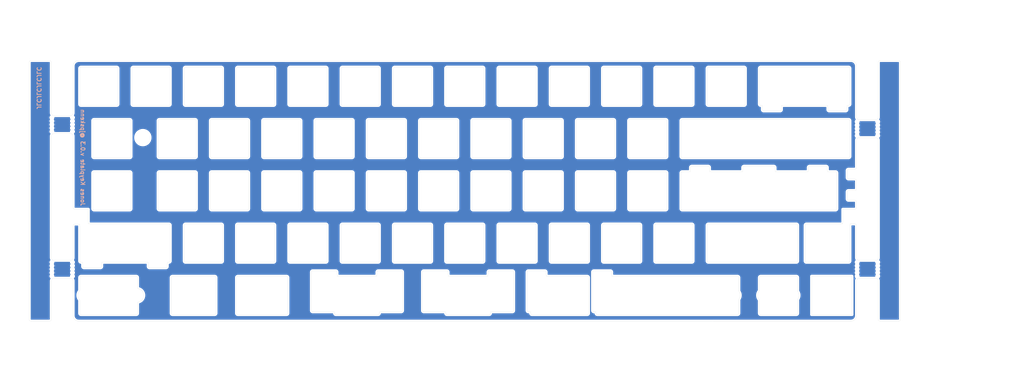
<source format=kicad_pcb>
(kicad_pcb (version 20171130) (host pcbnew "(5.1.6-0-10_14)")
  (layers (0 F.Cu signal) (31 B.Cu signal) (34 B.Paste user) (35 F.Paste user) (36 B.SilkS user) (37 F.SilkS user) (38 B.Mask user) (39 F.Mask user) (44 Edge.Cuts user))
  (net 0 "")
  (module SMK_ai03_RandomKeyboardParts:breakaway-mousebites (layer F.Cu) (at 328.1 23.1 90)
    (fp_text reference REF**)
    (fp_text value breakaway-mousebites)
    (pad "" np_thru_hole circle (at 0 -0.254 90) (size 0.7874 0.7874) (drill 0.7874) (layers *.Cu *.Mask))
    (pad "" np_thru_hole circle (at 1.27 -0.254 90) (size 0.7874 0.7874) (drill 0.7874) (layers *.Cu *.Mask))
    (pad "" np_thru_hole circle (at 2.54 -0.254 90) (size 0.7874 0.7874) (drill 0.7874) (layers *.Cu *.Mask))
    (pad "" np_thru_hole circle (at -1.27 -0.254 90) (size 0.7874 0.7874) (drill 0.7874) (layers *.Cu *.Mask))
    (pad "" np_thru_hole circle (at -2.54 -0.254 90) (size 0.7874 0.7874) (drill 0.7874) (layers *.Cu *.Mask))
  )
  (module SMK_ai03_RandomKeyboardParts:breakaway-mousebites (layer F.Cu) (at 320.1 23.1 270)
    (fp_text reference REF**)
    (fp_text value breakaway-mousebites)
    (pad "" np_thru_hole circle (at 0 -0.254 270) (size 0.7874 0.7874) (drill 0.7874) (layers *.Cu *.Mask))
    (pad "" np_thru_hole circle (at 1.27 -0.254 270) (size 0.7874 0.7874) (drill 0.7874) (layers *.Cu *.Mask))
    (pad "" np_thru_hole circle (at 2.54 -0.254 270) (size 0.7874 0.7874) (drill 0.7874) (layers *.Cu *.Mask))
    (pad "" np_thru_hole circle (at -1.27 -0.254 270) (size 0.7874 0.7874) (drill 0.7874) (layers *.Cu *.Mask))
    (pad "" np_thru_hole circle (at -2.54 -0.254 270) (size 0.7874 0.7874) (drill 0.7874) (layers *.Cu *.Mask))
  )
  (module SMK_ai03_RandomKeyboardParts:breakaway-mousebites (layer F.Cu) (at 328.1 74.3 90)
    (fp_text reference REF**)
    (fp_text value breakaway-mousebites)
    (pad "" np_thru_hole circle (at 0 -0.254 90) (size 0.7874 0.7874) (drill 0.7874) (layers *.Cu *.Mask))
    (pad "" np_thru_hole circle (at 1.27 -0.254 90) (size 0.7874 0.7874) (drill 0.7874) (layers *.Cu *.Mask))
    (pad "" np_thru_hole circle (at 2.54 -0.254 90) (size 0.7874 0.7874) (drill 0.7874) (layers *.Cu *.Mask))
    (pad "" np_thru_hole circle (at -1.27 -0.254 90) (size 0.7874 0.7874) (drill 0.7874) (layers *.Cu *.Mask))
    (pad "" np_thru_hole circle (at -2.54 -0.254 90) (size 0.7874 0.7874) (drill 0.7874) (layers *.Cu *.Mask))
  )
  (module SMK_ai03_RandomKeyboardParts:breakaway-mousebites (layer F.Cu) (at 320.1 74.3 270)
    (fp_text reference REF**)
    (fp_text value breakaway-mousebites)
    (pad "" np_thru_hole circle (at 0 -0.254 270) (size 0.7874 0.7874) (drill 0.7874) (layers *.Cu *.Mask))
    (pad "" np_thru_hole circle (at 1.27 -0.254 270) (size 0.7874 0.7874) (drill 0.7874) (layers *.Cu *.Mask))
    (pad "" np_thru_hole circle (at 2.54 -0.254 270) (size 0.7874 0.7874) (drill 0.7874) (layers *.Cu *.Mask))
    (pad "" np_thru_hole circle (at -1.27 -0.254 270) (size 0.7874 0.7874) (drill 0.7874) (layers *.Cu *.Mask))
    (pad "" np_thru_hole circle (at -2.54 -0.254 270) (size 0.7874 0.7874) (drill 0.7874) (layers *.Cu *.Mask))
  )
  (module SMK_ai03_RandomKeyboardParts:breakaway-mousebites (layer F.Cu) (at 34.7 74.3 90)
    (fp_text reference REF**)
    (fp_text value breakaway-mousebites)
    (pad "" np_thru_hole circle (at 0 -0.254 90) (size 0.7874 0.7874) (drill 0.7874) (layers *.Cu *.Mask))
    (pad "" np_thru_hole circle (at 1.27 -0.254 90) (size 0.7874 0.7874) (drill 0.7874) (layers *.Cu *.Mask))
    (pad "" np_thru_hole circle (at 2.54 -0.254 90) (size 0.7874 0.7874) (drill 0.7874) (layers *.Cu *.Mask))
    (pad "" np_thru_hole circle (at -1.27 -0.254 90) (size 0.7874 0.7874) (drill 0.7874) (layers *.Cu *.Mask))
    (pad "" np_thru_hole circle (at -2.54 -0.254 90) (size 0.7874 0.7874) (drill 0.7874) (layers *.Cu *.Mask))
  )
  (module SMK_ai03_RandomKeyboardParts:breakaway-mousebites (layer F.Cu) (at 26.7 74.3 270)
    (fp_text reference REF**)
    (fp_text value breakaway-mousebites)
    (pad "" np_thru_hole circle (at 0 -0.254 270) (size 0.7874 0.7874) (drill 0.7874) (layers *.Cu *.Mask))
    (pad "" np_thru_hole circle (at 1.27 -0.254 270) (size 0.7874 0.7874) (drill 0.7874) (layers *.Cu *.Mask))
    (pad "" np_thru_hole circle (at 2.54 -0.254 270) (size 0.7874 0.7874) (drill 0.7874) (layers *.Cu *.Mask))
    (pad "" np_thru_hole circle (at -1.27 -0.254 270) (size 0.7874 0.7874) (drill 0.7874) (layers *.Cu *.Mask))
    (pad "" np_thru_hole circle (at -2.54 -0.254 270) (size 0.7874 0.7874) (drill 0.7874) (layers *.Cu *.Mask))
  )
  (module SMK_ai03_RandomKeyboardParts:breakaway-mousebites (layer F.Cu) (at 26.7 21.6 270)
    (fp_text reference REF**)
    (fp_text value breakaway-mousebites)
    (pad "" np_thru_hole circle (at -2.54 -0.254 270) (size 0.7874 0.7874) (drill 0.7874) (layers *.Cu *.Mask))
    (pad "" np_thru_hole circle (at -1.27 -0.254 270) (size 0.7874 0.7874) (drill 0.7874) (layers *.Cu *.Mask))
    (pad "" np_thru_hole circle (at 2.54 -0.254 270) (size 0.7874 0.7874) (drill 0.7874) (layers *.Cu *.Mask))
    (pad "" np_thru_hole circle (at 1.27 -0.254 270) (size 0.7874 0.7874) (drill 0.7874) (layers *.Cu *.Mask))
    (pad "" np_thru_hole circle (at 0 -0.254 270) (size 0.7874 0.7874) (drill 0.7874) (layers *.Cu *.Mask))
  )
  (module SMK_ai03_RandomKeyboardParts:breakaway-mousebites (layer F.Cu) (at 34.7 21.6 90)
    (fp_text reference REF**)
    (fp_text value breakaway-mousebites)
    (pad "" np_thru_hole circle (at -2.54 -0.254 90) (size 0.7874 0.7874) (drill 0.7874) (layers *.Cu *.Mask))
    (pad "" np_thru_hole circle (at -1.27 -0.254 90) (size 0.7874 0.7874) (drill 0.7874) (layers *.Cu *.Mask))
    (pad "" np_thru_hole circle (at 2.54 -0.254 90) (size 0.7874 0.7874) (drill 0.7874) (layers *.Cu *.Mask))
    (pad "" np_thru_hole circle (at 1.27 -0.254 90) (size 0.7874 0.7874) (drill 0.7874) (layers *.Cu *.Mask))
    (pad "" np_thru_hole circle (at 0 -0.254 90) (size 0.7874 0.7874) (drill 0.7874) (layers *.Cu *.Mask))
  )
  (module MountingHole:MountingHole_5.3mm_M5 (layer F.Cu) (at 60.1 26.35)
    (fp_text reference REF** hide)
    (fp_text value MountingHole_5.3mm_M5)
    (pad 1 np_thru_hole circle (at 0 0) (size 5.3 5.3) (drill 5.3) (layers *.Cu *.Mask))
  )
  (gr_curve (pts (xy 126.750067 57.8) (xy 127.024528 57.8) (xy 127.250305 58.025777) (xy 127.250305 58.299885)) (layer Edge.Cuts) (width 0.05))
  (gr_curve (pts (xy 221.999829 57.8) (xy 222.274289 57.8) (xy 222.500067 58.025777) (xy 222.500067 58.299885)) (layer Edge.Cuts) (width 0.05))
  (gr_line (start 208.500116 71.300066) (end 208.500116 58.299885) (layer Edge.Cuts) (width 0.05))
  (gr_line (start 127.250305 71.300066) (end 127.250305 71.300066) (layer Edge.Cuts) (width 0.05))
  (gr_curve (pts (xy 113.250354 58.299885) (xy 113.250354 58.025777) (xy 113.475778 57.8) (xy 113.750239 57.8)) (layer Edge.Cuts) (width 0.05))
  (gr_line (start 113.250354 71.300066) (end 113.250354 58.299885) (layer Edge.Cuts) (width 0.05))
  (gr_curve (pts (xy 209 71.799951) (xy 208.72554 71.799951) (xy 208.500116 71.574174) (xy 208.500116 71.300066)) (layer Edge.Cuts) (width 0.05))
  (gr_line (start 260.599971 14.150209) (end 260.599971 14.150209) (layer Edge.Cuts) (width 0.05))
  (gr_line (start 260.599971 1.150028) (end 260.599971 14.150209) (layer Edge.Cuts) (width 0.05))
  (gr_line (start 247.099905 0.650143) (end 260.099734 0.650143) (layer Edge.Cuts) (width 0.05))
  (gr_curve (pts (xy 260.099734 0.650143) (xy 260.374194 0.650143) (xy 260.599971 0.87592) (xy 260.599971 1.150028)) (layer Edge.Cuts) (width 0.05))
  (gr_line (start 246.60002 14.150209) (end 246.60002 1.150028) (layer Edge.Cuts) (width 0.05))
  (gr_curve (pts (xy 246.60002 1.150028) (xy 246.60002 0.87592) (xy 246.825445 0.650143) (xy 247.099905 0.650143)) (layer Edge.Cuts) (width 0.05))
  (gr_line (start 260.099734 14.650094) (end 247.099905 14.650094) (layer Edge.Cuts) (width 0.05))
  (gr_curve (pts (xy 247.099905 14.650094) (xy 246.825445 14.650094) (xy 246.60002 14.424317) (xy 246.60002 14.150209)) (layer Edge.Cuts) (width 0.05))
  (gr_line (start 56.600381 14.650094) (end 56.600381 14.650094) (layer Edge.Cuts) (width 0.05))
  (gr_line (start 69.60021 14.650094) (end 56.600381 14.650094) (layer Edge.Cuts) (width 0.05))
  (gr_curve (pts (xy 260.599971 14.150209) (xy 260.599971 14.424317) (xy 260.374194 14.650094) (xy 260.099734 14.650094)) (layer Edge.Cuts) (width 0.05))
  (gr_line (start 70.100448 1.150028) (end 70.100448 14.150209) (layer Edge.Cuts) (width 0.05))
  (gr_curve (pts (xy 70.100448 14.150209) (xy 70.100448 14.424317) (xy 69.87467 14.650094) (xy 69.60021 14.650094)) (layer Edge.Cuts) (width 0.05))
  (gr_line (start 56.600381 0.650143) (end 69.60021 0.650143) (layer Edge.Cuts) (width 0.05))
  (gr_curve (pts (xy 69.60021 0.650143) (xy 69.87467 0.650143) (xy 70.100448 0.87592) (xy 70.100448 1.150028)) (layer Edge.Cuts) (width 0.05))
  (gr_line (start 56.100497 14.150209) (end 56.100497 1.150028) (layer Edge.Cuts) (width 0.05))
  (gr_curve (pts (xy 56.100497 1.150028) (xy 56.100497 0.87592) (xy 56.325921 0.650143) (xy 56.600381 0.650143)) (layer Edge.Cuts) (width 0.05))
  (gr_line (start 89.1504 14.150209) (end 89.1504 14.150209) (layer Edge.Cuts) (width 0.05))
  (gr_line (start 89.1504 1.150028) (end 89.1504 14.150209) (layer Edge.Cuts) (width 0.05))
  (gr_curve (pts (xy 56.600381 14.650094) (xy 56.325921 14.650094) (xy 56.100497 14.424317) (xy 56.100497 14.150209)) (layer Edge.Cuts) (width 0.05))
  (gr_line (start 75.650334 0.650143) (end 88.650162 0.650143) (layer Edge.Cuts) (width 0.05))
  (gr_curve (pts (xy 88.650162 0.650143) (xy 88.924623 0.650143) (xy 89.1504 0.87592) (xy 89.1504 1.150028)) (layer Edge.Cuts) (width 0.05))
  (gr_line (start 75.150449 14.150209) (end 75.150449 1.150028) (layer Edge.Cuts) (width 0.05))
  (gr_curve (pts (xy 75.150449 1.150028) (xy 75.150449 0.87592) (xy 75.375873 0.650143) (xy 75.650334 0.650143)) (layer Edge.Cuts) (width 0.05))
  (gr_line (start 88.650162 14.650094) (end 75.650334 14.650094) (layer Edge.Cuts) (width 0.05))
  (gr_curve (pts (xy 75.650334 14.650094) (xy 75.375873 14.650094) (xy 75.150449 14.424317) (xy 75.150449 14.150209)) (layer Edge.Cuts) (width 0.05))
  (gr_line (start 279.649924 14.150209) (end 279.649924 14.150209) (layer Edge.Cuts) (width 0.05))
  (gr_line (start 279.649924 1.150028) (end 279.649924 14.150209) (layer Edge.Cuts) (width 0.05))
  (gr_curve (pts (xy 89.1504 14.150209) (xy 89.1504 14.424317) (xy 88.924623 14.650094) (xy 88.650162 14.650094)) (layer Edge.Cuts) (width 0.05))
  (gr_line (start 266.149858 0.650143) (end 279.149686 0.650143) (layer Edge.Cuts) (width 0.05))
  (gr_curve (pts (xy 279.149686 0.650143) (xy 279.424147 0.650143) (xy 279.649924 0.87592) (xy 279.649924 1.150028)) (layer Edge.Cuts) (width 0.05))
  (gr_line (start 265.649973 14.150209) (end 265.649973 1.150028) (layer Edge.Cuts) (width 0.05))
  (gr_curve (pts (xy 265.649973 1.150028) (xy 265.649973 0.87592) (xy 265.875396 0.650143) (xy 266.149858 0.650143)) (layer Edge.Cuts) (width 0.05))
  (gr_line (start 279.149686 14.650094) (end 266.149858 14.650094) (layer Edge.Cuts) (width 0.05))
  (gr_curve (pts (xy 266.149858 14.650094) (xy 265.875396 14.650094) (xy 265.649973 14.424317) (xy 265.649973 14.150209)) (layer Edge.Cuts) (width 0.05))
  (gr_line (start 127.250305 14.150209) (end 127.250305 14.150209) (layer Edge.Cuts) (width 0.05))
  (gr_line (start 127.250305 1.150028) (end 127.250305 14.150209) (layer Edge.Cuts) (width 0.05))
  (gr_curve (pts (xy 279.649924 14.150209) (xy 279.649924 14.424317) (xy 279.424147 14.650094) (xy 279.149686 14.650094)) (layer Edge.Cuts) (width 0.05))
  (gr_line (start 113.750239 0.650143) (end 126.750067 0.650143) (layer Edge.Cuts) (width 0.05))
  (gr_curve (pts (xy 126.750067 0.650143) (xy 127.024528 0.650143) (xy 127.250305 0.87592) (xy 127.250305 1.150028)) (layer Edge.Cuts) (width 0.05))
  (gr_line (start 113.250354 14.150209) (end 113.250354 1.150028) (layer Edge.Cuts) (width 0.05))
  (gr_curve (pts (xy 113.250354 1.150028) (xy 113.250354 0.87592) (xy 113.475778 0.650143) (xy 113.750239 0.650143)) (layer Edge.Cuts) (width 0.05))
  (gr_line (start 126.750067 14.650094) (end 113.750239 14.650094) (layer Edge.Cuts) (width 0.05))
  (gr_curve (pts (xy 113.750239 14.650094) (xy 113.475778 14.650094) (xy 113.250354 14.424317) (xy 113.250354 14.150209)) (layer Edge.Cuts) (width 0.05))
  (gr_line (start 241.550019 14.150209) (end 241.550019 14.150209) (layer Edge.Cuts) (width 0.05))
  (gr_line (start 241.550019 1.150028) (end 241.550019 14.150209) (layer Edge.Cuts) (width 0.05))
  (gr_curve (pts (xy 127.250305 14.150209) (xy 127.250305 14.424317) (xy 127.024528 14.650094) (xy 126.750067 14.650094)) (layer Edge.Cuts) (width 0.05))
  (gr_line (start 228.049953 0.650143) (end 241.049781 0.650143) (layer Edge.Cuts) (width 0.05))
  (gr_curve (pts (xy 241.049781 0.650143) (xy 241.324242 0.650143) (xy 241.550019 0.87592) (xy 241.550019 1.150028)) (layer Edge.Cuts) (width 0.05))
  (gr_line (start 227.550068 14.150209) (end 227.550068 1.150028) (layer Edge.Cuts) (width 0.05))
  (gr_curve (pts (xy 227.550068 1.150028) (xy 227.550068 0.87592) (xy 227.775492 0.650143) (xy 228.049953 0.650143)) (layer Edge.Cuts) (width 0.05))
  (gr_line (start 241.049781 14.650094) (end 228.049953 14.650094) (layer Edge.Cuts) (width 0.05))
  (gr_curve (pts (xy 228.049953 14.650094) (xy 227.775492 14.650094) (xy 227.550068 14.424317) (xy 227.550068 14.150209)) (layer Edge.Cuts) (width 0.05))
  (gr_line (start 222.500067 14.150209) (end 222.500067 14.150209) (layer Edge.Cuts) (width 0.05))
  (gr_line (start 222.500067 1.150028) (end 222.500067 14.150209) (layer Edge.Cuts) (width 0.05))
  (gr_curve (pts (xy 241.550019 14.150209) (xy 241.550019 14.424317) (xy 241.324242 14.650094) (xy 241.049781 14.650094)) (layer Edge.Cuts) (width 0.05))
  (gr_line (start 209 0.650143) (end 221.999829 0.650143) (layer Edge.Cuts) (width 0.05))
  (gr_curve (pts (xy 221.999829 0.650143) (xy 222.274289 0.650143) (xy 222.500067 0.87592) (xy 222.500067 1.150028)) (layer Edge.Cuts) (width 0.05))
  (gr_line (start 208.500116 14.150209) (end 208.500116 1.150028) (layer Edge.Cuts) (width 0.05))
  (gr_curve (pts (xy 208.500116 1.150028) (xy 208.500116 0.87592) (xy 208.72554 0.650143) (xy 209 0.650143)) (layer Edge.Cuts) (width 0.05))
  (gr_line (start 221.999829 14.650094) (end 209 14.650094) (layer Edge.Cuts) (width 0.05))
  (gr_curve (pts (xy 209 14.650094) (xy 208.72554 14.650094) (xy 208.500116 14.424317) (xy 208.500116 14.150209)) (layer Edge.Cuts) (width 0.05))
  (gr_line (start 108.200352 14.150209) (end 108.200352 14.150209) (layer Edge.Cuts) (width 0.05))
  (gr_line (start 108.200352 1.150028) (end 108.200352 14.150209) (layer Edge.Cuts) (width 0.05))
  (gr_curve (pts (xy 222.500067 14.150209) (xy 222.500067 14.424317) (xy 222.274289 14.650094) (xy 221.999829 14.650094)) (layer Edge.Cuts) (width 0.05))
  (gr_line (start 94.700286 0.650143) (end 107.700115 0.650143) (layer Edge.Cuts) (width 0.05))
  (gr_curve (pts (xy 107.700115 0.650143) (xy 107.974575 0.650143) (xy 108.200352 0.87592) (xy 108.200352 1.150028)) (layer Edge.Cuts) (width 0.05))
  (gr_line (start 94.200401 14.150209) (end 94.200401 1.150028) (layer Edge.Cuts) (width 0.05))
  (gr_curve (pts (xy 94.200401 1.150028) (xy 94.200401 0.87592) (xy 94.425826 0.650143) (xy 94.700286 0.650143)) (layer Edge.Cuts) (width 0.05))
  (gr_line (start 107.700115 14.650094) (end 94.700286 14.650094) (layer Edge.Cuts) (width 0.05))
  (gr_curve (pts (xy 94.700286 14.650094) (xy 94.425826 14.650094) (xy 94.200401 14.424317) (xy 94.200401 14.150209)) (layer Edge.Cuts) (width 0.05))
  (gr_line (start 51.050495 14.150209) (end 51.050495 14.150209) (layer Edge.Cuts) (width 0.05))
  (gr_line (start 51.050495 1.150028) (end 51.050495 14.150209) (layer Edge.Cuts) (width 0.05))
  (gr_curve (pts (xy 108.200352 14.150209) (xy 108.200352 14.424317) (xy 107.974575 14.650094) (xy 107.700115 14.650094)) (layer Edge.Cuts) (width 0.05))
  (gr_line (start 37.550429 0.650143) (end 50.550258 0.650143) (layer Edge.Cuts) (width 0.05))
  (gr_curve (pts (xy 50.550258 0.650143) (xy 50.824718 0.650143) (xy 51.050495 0.87592) (xy 51.050495 1.150028)) (layer Edge.Cuts) (width 0.05))
  (gr_line (start 37.050544 14.150209) (end 37.050544 1.150028) (layer Edge.Cuts) (width 0.05))
  (gr_curve (pts (xy 37.050544 1.150028) (xy 37.050544 0.87592) (xy 37.275969 0.650143) (xy 37.550429 0.650143)) (layer Edge.Cuts) (width 0.05))
  (gr_line (start 50.550258 14.650094) (end 37.550429 14.650094) (layer Edge.Cuts) (width 0.05))
  (gr_curve (pts (xy 37.550429 14.650094) (xy 37.275969 14.650094) (xy 37.050544 14.424317) (xy 37.050544 14.150209)) (layer Edge.Cuts) (width 0.05))
  (gr_line (start 146.300257 14.150209) (end 146.300257 14.150209) (layer Edge.Cuts) (width 0.05))
  (gr_line (start 146.300257 1.150028) (end 146.300257 14.150209) (layer Edge.Cuts) (width 0.05))
  (gr_curve (pts (xy 51.050495 14.150209) (xy 51.050495 14.424317) (xy 50.824718 14.650094) (xy 50.550258 14.650094)) (layer Edge.Cuts) (width 0.05))
  (gr_line (start 132.800191 0.650143) (end 145.80002 0.650143) (layer Edge.Cuts) (width 0.05))
  (gr_curve (pts (xy 145.80002 0.650143) (xy 146.07448 0.650143) (xy 146.300257 0.87592) (xy 146.300257 1.150028)) (layer Edge.Cuts) (width 0.05))
  (gr_line (start 132.300305 14.150209) (end 132.300305 1.150028) (layer Edge.Cuts) (width 0.05))
  (gr_curve (pts (xy 132.300305 1.150028) (xy 132.300305 0.87592) (xy 132.525729 0.650143) (xy 132.800191 0.650143)) (layer Edge.Cuts) (width 0.05))
  (gr_line (start 145.80002 14.650094) (end 132.800191 14.650094) (layer Edge.Cuts) (width 0.05))
  (gr_curve (pts (xy 132.800191 14.650094) (xy 132.525729 14.650094) (xy 132.300305 14.424317) (xy 132.300305 14.150209)) (layer Edge.Cuts) (width 0.05))
  (gr_line (start 165.35021 14.150209) (end 165.35021 14.150209) (layer Edge.Cuts) (width 0.05))
  (gr_line (start 165.35021 1.150028) (end 165.35021 14.150209) (layer Edge.Cuts) (width 0.05))
  (gr_curve (pts (xy 146.300257 14.150209) (xy 146.300257 14.424317) (xy 146.07448 14.650094) (xy 145.80002 14.650094)) (layer Edge.Cuts) (width 0.05))
  (gr_line (start 151.850143 0.650143) (end 164.849972 0.650143) (layer Edge.Cuts) (width 0.05))
  (gr_curve (pts (xy 164.849972 0.650143) (xy 165.124432 0.650143) (xy 165.35021 0.87592) (xy 165.35021 1.150028)) (layer Edge.Cuts) (width 0.05))
  (gr_line (start 151.350258 14.150209) (end 151.350258 1.150028) (layer Edge.Cuts) (width 0.05))
  (gr_curve (pts (xy 151.350258 1.150028) (xy 151.350258 0.87592) (xy 151.575683 0.650143) (xy 151.850143 0.650143)) (layer Edge.Cuts) (width 0.05))
  (gr_line (start 164.849972 14.650094) (end 151.850143 14.650094) (layer Edge.Cuts) (width 0.05))
  (gr_curve (pts (xy 151.850143 14.650094) (xy 151.575683 14.650094) (xy 151.350258 14.424317) (xy 151.350258 14.150209)) (layer Edge.Cuts) (width 0.05))
  (gr_line (start 184.400162 14.150209) (end 184.400162 14.150209) (layer Edge.Cuts) (width 0.05))
  (gr_line (start 184.400162 1.150028) (end 184.400162 14.150209) (layer Edge.Cuts) (width 0.05))
  (gr_curve (pts (xy 165.35021 14.150209) (xy 165.35021 14.424317) (xy 165.124432 14.650094) (xy 164.849972 14.650094)) (layer Edge.Cuts) (width 0.05))
  (gr_line (start 170.900096 0.650143) (end 183.899924 0.650143) (layer Edge.Cuts) (width 0.05))
  (gr_curve (pts (xy 183.899924 0.650143) (xy 184.174385 0.650143) (xy 184.400162 0.87592) (xy 184.400162 1.150028)) (layer Edge.Cuts) (width 0.05))
  (gr_line (start 170.400211 14.150209) (end 170.400211 1.150028) (layer Edge.Cuts) (width 0.05))
  (gr_curve (pts (xy 170.400211 1.150028) (xy 170.400211 0.87592) (xy 170.625635 0.650143) (xy 170.900096 0.650143)) (layer Edge.Cuts) (width 0.05))
  (gr_line (start 183.899924 14.650094) (end 170.900096 14.650094) (layer Edge.Cuts) (width 0.05))
  (gr_curve (pts (xy 170.900096 14.650094) (xy 170.625635 14.650094) (xy 170.400211 14.424317) (xy 170.400211 14.150209)) (layer Edge.Cuts) (width 0.05))
  (gr_line (start 203.450114 14.150209) (end 203.450114 14.150209) (layer Edge.Cuts) (width 0.05))
  (gr_line (start 203.450114 1.150028) (end 203.450114 14.150209) (layer Edge.Cuts) (width 0.05))
  (gr_curve (pts (xy 184.400162 14.150209) (xy 184.400162 14.424317) (xy 184.174385 14.650094) (xy 183.899924 14.650094)) (layer Edge.Cuts) (width 0.05))
  (gr_line (start 189.950048 0.650143) (end 202.949877 0.650143) (layer Edge.Cuts) (width 0.05))
  (gr_curve (pts (xy 202.949877 0.650143) (xy 203.224337 0.650143) (xy 203.450114 0.87592) (xy 203.450114 1.150028)) (layer Edge.Cuts) (width 0.05))
  (gr_line (start 189.450163 14.150209) (end 189.450163 1.150028) (layer Edge.Cuts) (width 0.05))
  (gr_curve (pts (xy 189.450163 1.150028) (xy 189.450163 0.87592) (xy 189.675588 0.650143) (xy 189.950048 0.650143)) (layer Edge.Cuts) (width 0.05))
  (gr_line (start 202.949877 14.650094) (end 189.950048 14.650094) (layer Edge.Cuts) (width 0.05))
  (gr_curve (pts (xy 189.950048 14.650094) (xy 189.675588 14.650094) (xy 189.450163 14.424317) (xy 189.450163 14.150209)) (layer Edge.Cuts) (width 0.05))
  (gr_line (start 292.78663 14.650094) (end 292.78663 14.650094) (layer Edge.Cuts) (width 0.05))
  (gr_line (start 309.662771 14.650094) (end 292.78663 14.650094) (layer Edge.Cuts) (width 0.05))
  (gr_line (start 309.662771 16.150102) (end 309.662771 14.650094) (layer Edge.Cuts) (width 0.05))
  (gr_curve (pts (xy 203.450114 14.150209) (xy 203.450114 14.424317) (xy 203.224337 14.650094) (xy 202.949877 14.650094)) (layer Edge.Cuts) (width 0.05))
  (gr_line (start 316.162685 16.649986) (end 310.162656 16.649986) (layer Edge.Cuts) (width 0.05))
  (gr_curve (pts (xy 310.162656 16.649986) (xy 309.888548 16.649986) (xy 309.662771 16.424562) (xy 309.662771 16.150102)) (layer Edge.Cuts) (width 0.05))
  (gr_line (start 316.66257 14.650094) (end 316.66257 16.150102) (layer Edge.Cuts) (width 0.05))
  (gr_line (start 317.249591 14.650094) (end 316.66257 14.650094) (layer Edge.Cuts) (width 0.05))
  (gr_curve (pts (xy 316.66257 16.150102) (xy 316.66257 16.424562) (xy 316.437146 16.649986) (xy 316.162685 16.649986)) (layer Edge.Cuts) (width 0.05))
  (gr_line (start 317.749829 1.150028) (end 317.749829 14.150209) (layer Edge.Cuts) (width 0.05))
  (gr_curve (pts (xy 317.749829 14.150209) (xy 317.749829 14.424317) (xy 317.524051 14.650094) (xy 317.249591 14.650094)) (layer Edge.Cuts) (width 0.05))
  (gr_line (start 285.19981 0.650143) (end 317.249591 0.650143) (layer Edge.Cuts) (width 0.05))
  (gr_curve (pts (xy 317.249591 0.650143) (xy 317.524051 0.650143) (xy 317.749829 0.87592) (xy 317.749829 1.150028)) (layer Edge.Cuts) (width 0.05))
  (gr_line (start 284.699925 14.150209) (end 284.699925 1.150028) (layer Edge.Cuts) (width 0.05))
  (gr_curve (pts (xy 284.699925 1.150028) (xy 284.699925 0.87592) (xy 284.925349 0.650143) (xy 285.19981 0.650143)) (layer Edge.Cuts) (width 0.05))
  (gr_line (start 285.786831 14.650094) (end 285.19981 14.650094) (layer Edge.Cuts) (width 0.05))
  (gr_line (start 285.786831 16.150102) (end 285.786831 14.650094) (layer Edge.Cuts) (width 0.05))
  (gr_curve (pts (xy 285.19981 14.650094) (xy 284.925349 14.650094) (xy 284.699925 14.424317) (xy 284.699925 14.150209)) (layer Edge.Cuts) (width 0.05))
  (gr_line (start 292.286745 16.649986) (end 286.286716 16.649986) (layer Edge.Cuts) (width 0.05))
  (gr_curve (pts (xy 286.286716 16.649986) (xy 286.012608 16.649986) (xy 285.786831 16.424562) (xy 285.786831 16.150102)) (layer Edge.Cuts) (width 0.05))
  (gr_line (start 292.78663 14.650094) (end 292.78663 16.150102) (layer Edge.Cuts) (width 0.05))
  (gr_curve (pts (xy 292.78663 16.150102) (xy 292.78663 16.424562) (xy 292.561205 16.649986) (xy 292.286745 16.649986)) (layer Edge.Cuts) (width 0.05))
  (gr_line (start 251.074995 33.200163) (end 251.074995 33.200163) (layer Edge.Cuts) (width 0.05))
  (gr_line (start 251.074995 20.19998) (end 251.074995 33.200163) (layer Edge.Cuts) (width 0.05))
  (gr_line (start 237.574929 19.700095) (end 250.574758 19.700095) (layer Edge.Cuts) (width 0.05))
  (gr_curve (pts (xy 250.574758 19.700095) (xy 250.849218 19.700095) (xy 251.074995 19.925873) (xy 251.074995 20.19998)) (layer Edge.Cuts) (width 0.05))
  (gr_line (start 237.075044 33.200163) (end 237.075044 20.19998) (layer Edge.Cuts) (width 0.05))
  (gr_curve (pts (xy 237.075044 20.19998) (xy 237.075044 19.925873) (xy 237.300469 19.700095) (xy 237.574929 19.700095)) (layer Edge.Cuts) (width 0.05))
  (gr_line (start 250.574758 33.700047) (end 237.574929 33.700047) (layer Edge.Cuts) (width 0.05))
  (gr_curve (pts (xy 237.574929 33.700047) (xy 237.300469 33.700047) (xy 237.075044 33.474269) (xy 237.075044 33.200163)) (layer Edge.Cuts) (width 0.05))
  (gr_line (start 232.025043 33.200163) (end 232.025043 33.200163) (layer Edge.Cuts) (width 0.05))
  (gr_line (start 232.025043 20.19998) (end 232.025043 33.200163) (layer Edge.Cuts) (width 0.05))
  (gr_curve (pts (xy 251.074995 33.200163) (xy 251.074995 33.474269) (xy 250.849218 33.700047) (xy 250.574758 33.700047)) (layer Edge.Cuts) (width 0.05))
  (gr_line (start 218.524977 19.700095) (end 231.524805 19.700095) (layer Edge.Cuts) (width 0.05))
  (gr_curve (pts (xy 231.524805 19.700095) (xy 231.799266 19.700095) (xy 232.025043 19.925873) (xy 232.025043 20.19998)) (layer Edge.Cuts) (width 0.05))
  (gr_line (start 218.025092 33.200163) (end 218.025092 20.19998) (layer Edge.Cuts) (width 0.05))
  (gr_curve (pts (xy 218.025092 20.19998) (xy 218.025092 19.925873) (xy 218.250516 19.700095) (xy 218.524977 19.700095)) (layer Edge.Cuts) (width 0.05))
  (gr_line (start 231.524805 33.700047) (end 218.524977 33.700047) (layer Edge.Cuts) (width 0.05))
  (gr_curve (pts (xy 218.524977 33.700047) (xy 218.250516 33.700047) (xy 218.025092 33.474269) (xy 218.025092 33.200163)) (layer Edge.Cuts) (width 0.05))
  (gr_line (start 193.925138 33.200163) (end 193.925138 33.200163) (layer Edge.Cuts) (width 0.05))
  (gr_line (start 193.925138 20.19998) (end 193.925138 33.200163) (layer Edge.Cuts) (width 0.05))
  (gr_curve (pts (xy 232.025043 33.200163) (xy 232.025043 33.474269) (xy 231.799266 33.700047) (xy 231.524805 33.700047)) (layer Edge.Cuts) (width 0.05))
  (gr_line (start 180.425072 19.700095) (end 193.4249 19.700095) (layer Edge.Cuts) (width 0.05))
  (gr_curve (pts (xy 193.4249 19.700095) (xy 193.699361 19.700095) (xy 193.925138 19.925873) (xy 193.925138 20.19998)) (layer Edge.Cuts) (width 0.05))
  (gr_line (start 179.925187 33.200163) (end 179.925187 20.19998) (layer Edge.Cuts) (width 0.05))
  (gr_curve (pts (xy 179.925187 20.19998) (xy 179.925187 19.925873) (xy 180.150611 19.700095) (xy 180.425072 19.700095)) (layer Edge.Cuts) (width 0.05))
  (gr_line (start 193.4249 33.700047) (end 180.425072 33.700047) (layer Edge.Cuts) (width 0.05))
  (gr_curve (pts (xy 180.425072 33.700047) (xy 180.150611 33.700047) (xy 179.925187 33.474269) (xy 179.925187 33.200163)) (layer Edge.Cuts) (width 0.05))
  (gr_line (start 212.97509 33.200163) (end 212.97509 33.200163) (layer Edge.Cuts) (width 0.05))
  (gr_line (start 212.97509 20.19998) (end 212.97509 33.200163) (layer Edge.Cuts) (width 0.05))
  (gr_curve (pts (xy 193.925138 33.200163) (xy 193.925138 33.474269) (xy 193.699361 33.700047) (xy 193.4249 33.700047)) (layer Edge.Cuts) (width 0.05))
  (gr_line (start 199.475024 19.700095) (end 212.474853 19.700095) (layer Edge.Cuts) (width 0.05))
  (gr_curve (pts (xy 212.474853 19.700095) (xy 212.749313 19.700095) (xy 212.97509 19.925873) (xy 212.97509 20.19998)) (layer Edge.Cuts) (width 0.05))
  (gr_line (start 198.975139 33.200163) (end 198.975139 20.19998) (layer Edge.Cuts) (width 0.05))
  (gr_curve (pts (xy 198.975139 20.19998) (xy 198.975139 19.925873) (xy 199.200564 19.700095) (xy 199.475024 19.700095)) (layer Edge.Cuts) (width 0.05))
  (gr_line (start 212.474853 33.700047) (end 199.475024 33.700047) (layer Edge.Cuts) (width 0.05))
  (gr_curve (pts (xy 199.475024 33.700047) (xy 199.200564 33.700047) (xy 198.975139 33.474269) (xy 198.975139 33.200163)) (layer Edge.Cuts) (width 0.05))
  (gr_line (start 55.312746 19.700095) (end 55.312746 19.700095) (layer Edge.Cuts) (width 0.05))
  (gr_line (start 42.312917 19.700095) (end 55.312746 19.700095) (layer Edge.Cuts) (width 0.05))
  (gr_curve (pts (xy 212.97509 33.200163) (xy 212.97509 33.474269) (xy 212.749313 33.700047) (xy 212.474853 33.700047)) (layer Edge.Cuts) (width 0.05))
  (gr_line (start 41.813032 33.200163) (end 41.813032 20.19998) (layer Edge.Cuts) (width 0.05))
  (gr_curve (pts (xy 41.813032 20.19998) (xy 41.813032 19.925873) (xy 42.038457 19.700095) (xy 42.312917 19.700095)) (layer Edge.Cuts) (width 0.05))
  (gr_line (start 55.312746 33.700047) (end 42.312917 33.700047) (layer Edge.Cuts) (width 0.05))
  (gr_curve (pts (xy 42.312917 33.700047) (xy 42.038457 33.700047) (xy 41.813032 33.474269) (xy 41.813032 33.200163)) (layer Edge.Cuts) (width 0.05))
  (gr_line (start 55.812983 20.19998) (end 55.812983 33.200163) (layer Edge.Cuts) (width 0.05))
  (gr_curve (pts (xy 55.812983 33.200163) (xy 55.812983 33.474269) (xy 55.587206 33.700047) (xy 55.312746 33.700047)) (layer Edge.Cuts) (width 0.05))
  (gr_line (start 174.875186 33.200163) (end 174.875186 33.200163) (layer Edge.Cuts) (width 0.05))
  (gr_line (start 174.875186 20.19998) (end 174.875186 33.200163) (layer Edge.Cuts) (width 0.05))
  (gr_curve (pts (xy 55.312746 19.700095) (xy 55.587206 19.700095) (xy 55.812983 19.925873) (xy 55.812983 20.19998)) (layer Edge.Cuts) (width 0.05))
  (gr_line (start 161.375119 19.700095) (end 174.374948 19.700095) (layer Edge.Cuts) (width 0.05))
  (gr_curve (pts (xy 174.374948 19.700095) (xy 174.649408 19.700095) (xy 174.875186 19.925873) (xy 174.875186 20.19998)) (layer Edge.Cuts) (width 0.05))
  (gr_line (start 160.875235 33.200163) (end 160.875235 20.19998) (layer Edge.Cuts) (width 0.05))
  (gr_curve (pts (xy 160.875235 20.19998) (xy 160.875235 19.925873) (xy 161.100659 19.700095) (xy 161.375119 19.700095)) (layer Edge.Cuts) (width 0.05))
  (gr_line (start 174.374948 33.700047) (end 161.375119 33.700047) (layer Edge.Cuts) (width 0.05))
  (gr_curve (pts (xy 161.375119 33.700047) (xy 161.100659 33.700047) (xy 160.875235 33.474269) (xy 160.875235 33.200163)) (layer Edge.Cuts) (width 0.05))
  (gr_line (start 117.725329 33.200163) (end 117.725329 33.200163) (layer Edge.Cuts) (width 0.05))
  (gr_line (start 117.725329 20.19998) (end 117.725329 33.200163) (layer Edge.Cuts) (width 0.05))
  (gr_curve (pts (xy 174.875186 33.200163) (xy 174.875186 33.474269) (xy 174.649408 33.700047) (xy 174.374948 33.700047)) (layer Edge.Cuts) (width 0.05))
  (gr_line (start 104.225262 19.700095) (end 117.225091 19.700095) (layer Edge.Cuts) (width 0.05))
  (gr_curve (pts (xy 117.225091 19.700095) (xy 117.499551 19.700095) (xy 117.725329 19.925873) (xy 117.725329 20.19998)) (layer Edge.Cuts) (width 0.05))
  (gr_line (start 103.725377 33.200163) (end 103.725377 20.19998) (layer Edge.Cuts) (width 0.05))
  (gr_curve (pts (xy 103.725377 20.19998) (xy 103.725377 19.925873) (xy 103.950802 19.700095) (xy 104.225262 19.700095)) (layer Edge.Cuts) (width 0.05))
  (gr_line (start 117.225091 33.700047) (end 104.225262 33.700047) (layer Edge.Cuts) (width 0.05))
  (gr_curve (pts (xy 104.225262 33.700047) (xy 103.950802 33.700047) (xy 103.725377 33.474269) (xy 103.725377 33.200163)) (layer Edge.Cuts) (width 0.05))
  (gr_line (start 136.775281 33.200163) (end 136.775281 33.200163) (layer Edge.Cuts) (width 0.05))
  (gr_line (start 136.775281 20.19998) (end 136.775281 33.200163) (layer Edge.Cuts) (width 0.05))
  (gr_curve (pts (xy 117.725329 33.200163) (xy 117.725329 33.474269) (xy 117.499551 33.700047) (xy 117.225091 33.700047)) (layer Edge.Cuts) (width 0.05))
  (gr_line (start 123.275215 19.700095) (end 136.275042 19.700095) (layer Edge.Cuts) (width 0.05))
  (gr_curve (pts (xy 136.275042 19.700095) (xy 136.549504 19.700095) (xy 136.775281 19.925873) (xy 136.775281 20.19998)) (layer Edge.Cuts) (width 0.05))
  (gr_line (start 122.77533 33.200163) (end 122.77533 20.19998) (layer Edge.Cuts) (width 0.05))
  (gr_curve (pts (xy 122.77533 20.19998) (xy 122.77533 19.925873) (xy 123.000754 19.700095) (xy 123.275215 19.700095)) (layer Edge.Cuts) (width 0.05))
  (gr_line (start 136.275042 33.700047) (end 123.275215 33.700047) (layer Edge.Cuts) (width 0.05))
  (gr_curve (pts (xy 123.275215 33.700047) (xy 123.000754 33.700047) (xy 122.77533 33.474269) (xy 122.77533 33.200163)) (layer Edge.Cuts) (width 0.05))
  (gr_line (start 317.249591 19.700095) (end 317.249591 19.700095) (layer Edge.Cuts) (width 0.05))
  (gr_line (start 256.624881 19.700095) (end 317.249591 19.700095) (layer Edge.Cuts) (width 0.05))
  (gr_curve (pts (xy 136.775281 33.200163) (xy 136.775281 33.474269) (xy 136.549504 33.700047) (xy 136.275042 33.700047)) (layer Edge.Cuts) (width 0.05))
  (gr_line (start 256.124996 33.200163) (end 256.124996 20.19998) (layer Edge.Cuts) (width 0.05))
  (gr_curve (pts (xy 256.124996 20.19998) (xy 256.124996 19.925873) (xy 256.350421 19.700095) (xy 256.624881 19.700095)) (layer Edge.Cuts) (width 0.05))
  (gr_line (start 317.249591 33.700047) (end 256.624881 33.700047) (layer Edge.Cuts) (width 0.05))
  (gr_curve (pts (xy 256.624881 33.700047) (xy 256.350421 33.700047) (xy 256.124996 33.474269) (xy 256.124996 33.200163)) (layer Edge.Cuts) (width 0.05))
  (gr_line (start 317.749829 20.19998) (end 317.749829 33.200163) (layer Edge.Cuts) (width 0.05))
  (gr_curve (pts (xy 317.749829 33.200163) (xy 317.749829 33.474269) (xy 317.524051 33.700047) (xy 317.249591 33.700047)) (layer Edge.Cuts) (width 0.05))
  (gr_line (start 98.675376 33.200163) (end 98.675376 33.200163) (layer Edge.Cuts) (width 0.05))
  (gr_line (start 98.675376 20.19998) (end 98.675376 33.200163) (layer Edge.Cuts) (width 0.05))
  (gr_curve (pts (xy 317.249591 19.700095) (xy 317.524051 19.700095) (xy 317.749829 19.925873) (xy 317.749829 20.19998)) (layer Edge.Cuts) (width 0.05))
  (gr_line (start 85.17531 19.700095) (end 98.175139 19.700095) (layer Edge.Cuts) (width 0.05))
  (gr_curve (pts (xy 98.175139 19.700095) (xy 98.449599 19.700095) (xy 98.675376 19.925873) (xy 98.675376 20.19998)) (layer Edge.Cuts) (width 0.05))
  (gr_line (start 84.675425 33.200163) (end 84.675425 20.19998) (layer Edge.Cuts) (width 0.05))
  (gr_curve (pts (xy 84.675425 20.19998) (xy 84.675425 19.925873) (xy 84.90085 19.700095) (xy 85.17531 19.700095)) (layer Edge.Cuts) (width 0.05))
  (gr_line (start 98.175139 33.700047) (end 85.17531 33.700047) (layer Edge.Cuts) (width 0.05))
  (gr_curve (pts (xy 85.17531 33.700047) (xy 84.90085 33.700047) (xy 84.675425 33.474269) (xy 84.675425 33.200163)) (layer Edge.Cuts) (width 0.05))
  (gr_line (start 66.125358 33.700047) (end 66.125358 33.700047) (layer Edge.Cuts) (width 0.05))
  (gr_line (start 79.125186 33.700047) (end 66.125358 33.700047) (layer Edge.Cuts) (width 0.05))
  (gr_curve (pts (xy 98.675376 33.200163) (xy 98.675376 33.474269) (xy 98.449599 33.700047) (xy 98.175139 33.700047)) (layer Edge.Cuts) (width 0.05))
  (gr_line (start 79.625424 20.19998) (end 79.625424 33.200163) (layer Edge.Cuts) (width 0.05))
  (gr_curve (pts (xy 79.625424 33.200163) (xy 79.625424 33.474269) (xy 79.399647 33.700047) (xy 79.125186 33.700047)) (layer Edge.Cuts) (width 0.05))
  (gr_line (start 66.125358 19.700095) (end 79.125186 19.700095) (layer Edge.Cuts) (width 0.05))
  (gr_curve (pts (xy 79.125186 19.700095) (xy 79.399647 19.700095) (xy 79.625424 19.925873) (xy 79.625424 20.19998)) (layer Edge.Cuts) (width 0.05))
  (gr_line (start 65.625473 33.200163) (end 65.625473 20.19998) (layer Edge.Cuts) (width 0.05))
  (gr_curve (pts (xy 65.625473 20.19998) (xy 65.625473 19.925873) (xy 65.850897 19.700095) (xy 66.125358 19.700095)) (layer Edge.Cuts) (width 0.05))
  (gr_line (start 155.825233 33.200163) (end 155.825233 33.200163) (layer Edge.Cuts) (width 0.05))
  (gr_line (start 155.825233 20.19998) (end 155.825233 33.200163) (layer Edge.Cuts) (width 0.05))
  (gr_curve (pts (xy 66.125358 33.700047) (xy 65.850897 33.700047) (xy 65.625473 33.474269) (xy 65.625473 33.200163)) (layer Edge.Cuts) (width 0.05))
  (gr_line (start 142.325167 19.700095) (end 155.324996 19.700095) (layer Edge.Cuts) (width 0.05))
  (gr_curve (pts (xy 155.324996 19.700095) (xy 155.599456 19.700095) (xy 155.825233 19.925873) (xy 155.825233 20.19998)) (layer Edge.Cuts) (width 0.05))
  (gr_line (start 141.825282 33.200163) (end 141.825282 20.19998) (layer Edge.Cuts) (width 0.05))
  (gr_curve (pts (xy 141.825282 20.19998) (xy 141.825282 19.925873) (xy 142.050707 19.700095) (xy 142.325167 19.700095)) (layer Edge.Cuts) (width 0.05))
  (gr_line (start 155.324996 33.700047) (end 142.325167 33.700047) (layer Edge.Cuts) (width 0.05))
  (gr_curve (pts (xy 142.325167 33.700047) (xy 142.050707 33.700047) (xy 141.825282 33.474269) (xy 141.825282 33.200163)) (layer Edge.Cuts) (width 0.05))
  (gr_line (start 256.341249 52.660394) (end 256.341249 52.660394) (layer Edge.Cuts) (width 0.05))
  (gr_line (start 256.346188 52.664274) (end 256.341249 52.660394) (layer Edge.Cuts) (width 0.05))
  (gr_curve (pts (xy 155.825233 33.200163) (xy 155.825233 33.474269) (xy 155.599456 33.700047) (xy 155.324996 33.700047)) (layer Edge.Cuts) (width 0.05))
  (gr_line (start 256.341249 52.660394) (end 256.33631 52.657219) (layer Edge.Cuts) (width 0.05))
  (gr_curve (pts (xy 256.33631 52.657219) (xy 256.339485 52.659688) (xy 256.34266 52.661805) (xy 256.346188 52.664274)) (layer Edge.Cuts) (width 0.05))
  (gr_line (start 117.725329 52.250114) (end 117.725329 52.250114) (layer Edge.Cuts) (width 0.05))
  (gr_line (start 117.725329 39.249933) (end 117.725329 52.250114) (layer Edge.Cuts) (width 0.05))
  (gr_line (start 104.225262 38.750048) (end 117.225091 38.750048) (layer Edge.Cuts) (width 0.05))
  (gr_curve (pts (xy 117.225091 38.750048) (xy 117.499551 38.750048) (xy 117.725329 38.975825) (xy 117.725329 39.249933)) (layer Edge.Cuts) (width 0.05))
  (gr_line (start 103.725377 52.250114) (end 103.725377 39.249933) (layer Edge.Cuts) (width 0.05))
  (gr_curve (pts (xy 103.725377 39.249933) (xy 103.725377 38.975825) (xy 103.950802 38.750048) (xy 104.225262 38.750048)) (layer Edge.Cuts) (width 0.05))
  (gr_line (start 117.225091 52.749999) (end 104.225262 52.749999) (layer Edge.Cuts) (width 0.05))
  (gr_curve (pts (xy 104.225262 52.749999) (xy 103.950802 52.749999) (xy 103.725377 52.524222) (xy 103.725377 52.250114)) (layer Edge.Cuts) (width 0.05))
  (gr_line (start 256.341249 52.660394) (end 256.341249 52.660394) (layer Edge.Cuts) (width 0.05))
  (gr_line (start 256.285157 52.615591) (end 256.341249 52.660394) (layer Edge.Cuts) (width 0.05))
  (gr_curve (pts (xy 117.725329 52.250114) (xy 117.725329 52.524222) (xy 117.499551 52.749999) (xy 117.225091 52.749999)) (layer Edge.Cuts) (width 0.05))
  (gr_line (start 256.124996 39.249933) (end 256.124996 52.250114) (layer Edge.Cuts) (width 0.05))
  (gr_line (start 256.132758 39.162091) (end 256.124996 39.249933) (layer Edge.Cuts) (width 0.05))
  (gr_line (start 256.159921 39.067547) (end 256.132758 39.162091) (layer Edge.Cuts) (width 0.05))
  (gr_line (start 256.169446 39.044969) (end 256.159921 39.067547) (layer Edge.Cuts) (width 0.05))
  (gr_curve (pts (xy 256.124996 52.250114) (xy 256.124996 52.393694) (xy 256.186732 52.524222) (xy 256.285157 52.615591)) (layer Edge.Cuts) (width 0.05))
  (gr_line (start 256.298563 38.872461) (end 256.232241 38.942311) (layer Edge.Cuts) (width 0.05))
  (gr_line (start 256.401926 38.802964) (end 256.298563 38.872461) (layer Edge.Cuts) (width 0.05))
  (gr_curve (pts (xy 256.232241 38.942311) (xy 256.207193 38.973708) (xy 256.186027 39.00828) (xy 256.169446 39.044969)) (layer Edge.Cuts) (width 0.05))
  (gr_line (start 256.624881 38.750048) (end 256.536687 38.757809) (layer Edge.Cuts) (width 0.05))
  (gr_line (start 259.593146 38.750048) (end 256.624881 38.750048) (layer Edge.Cuts) (width 0.05))
  (gr_line (start 259.593146 37.25004) (end 259.593146 38.750048) (layer Edge.Cuts) (width 0.05))
  (gr_curve (pts (xy 256.536687 38.757809) (xy 256.489415 38.766628) (xy 256.443907 38.781798) (xy 256.401926 38.802964)) (layer Edge.Cuts) (width 0.05))
  (gr_line (start 266.09306 36.750156) (end 260.093031 36.750156) (layer Edge.Cuts) (width 0.05))
  (gr_curve (pts (xy 260.093031 36.750156) (xy 259.818923 36.750156) (xy 259.593146 36.975933) (xy 259.593146 37.25004)) (layer Edge.Cuts) (width 0.05))
  (gr_line (start 266.592945 38.750048) (end 266.592945 37.25004) (layer Edge.Cuts) (width 0.05))
  (gr_line (start 278.643099 38.750048) (end 266.592945 38.750048) (layer Edge.Cuts) (width 0.05))
  (gr_line (start 278.643099 37.25004) (end 278.643099 38.750048) (layer Edge.Cuts) (width 0.05))
  (gr_curve (pts (xy 266.592945 37.25004) (xy 266.592945 36.975933) (xy 266.367521 36.750156) (xy 266.09306 36.750156)) (layer Edge.Cuts) (width 0.05))
  (gr_line (start 289.969001 36.750156) (end 279.142983 36.750156) (layer Edge.Cuts) (width 0.05))
  (gr_curve (pts (xy 279.142983 36.750156) (xy 278.868876 36.750156) (xy 278.643099 36.975933) (xy 278.643099 37.25004)) (layer Edge.Cuts) (width 0.05))
  (gr_line (start 290.468886 38.750048) (end 290.468886 37.25004) (layer Edge.Cuts) (width 0.05))
  (gr_line (start 302.519039 38.750048) (end 290.468886 38.750048) (layer Edge.Cuts) (width 0.05))
  (gr_line (start 302.519039 37.25004) (end 302.519039 38.750048) (layer Edge.Cuts) (width 0.05))
  (gr_curve (pts (xy 290.468886 37.25004) (xy 290.468886 36.975933) (xy 290.243461 36.750156) (xy 289.969001 36.750156)) (layer Edge.Cuts) (width 0.05))
  (gr_line (start 309.018953 36.750156) (end 303.018924 36.750156) (layer Edge.Cuts) (width 0.05))
  (gr_curve (pts (xy 303.018924 36.750156) (xy 302.744816 36.750156) (xy 302.519039 36.975933) (xy 302.519039 37.25004)) (layer Edge.Cuts) (width 0.05))
  (gr_line (start 309.518838 38.750048) (end 309.518838 37.25004) (layer Edge.Cuts) (width 0.05))
  (gr_line (start 312.487103 38.750048) (end 309.518838 38.750048) (layer Edge.Cuts) (width 0.05))
  (gr_curve (pts (xy 309.518838 37.25004) (xy 309.518838 36.975933) (xy 309.293414 36.750156) (xy 309.018953 36.750156)) (layer Edge.Cuts) (width 0.05))
  (gr_line (start 312.98734 52.250114) (end 312.98734 39.249933) (layer Edge.Cuts) (width 0.05))
  (gr_curve (pts (xy 312.98734 39.249933) (xy 312.98734 38.975825) (xy 312.761563 38.750048) (xy 312.487103 38.750048)) (layer Edge.Cuts) (width 0.05))
  (gr_line (start 312.487103 52.749999) (end 312.500156 52.749999) (layer Edge.Cuts) (width 0.05))
  (gr_line (start 256.624881 52.749999) (end 312.487103 52.749999) (layer Edge.Cuts) (width 0.05))
  (gr_line (start 256.599129 52.749293) (end 256.624881 52.749999) (layer Edge.Cuts) (width 0.05))
  (gr_curve (pts (xy 312.500156 52.749999) (xy 312.768619 52.742943) (xy 312.98734 52.519988) (xy 312.98734 52.250114)) (layer Edge.Cuts) (width 0.05))
  (gr_line (start 256.40369 52.697788) (end 256.476715 52.727421) (layer Edge.Cuts) (width 0.05))
  (gr_line (start 256.341249 52.660394) (end 256.40369 52.697788) (layer Edge.Cuts) (width 0.05))
  (gr_curve (pts (xy 256.476715 52.727421) (xy 256.515873 52.739768) (xy 256.556795 52.747177) (xy 256.599129 52.749293)) (layer Edge.Cuts) (width 0.05))
  (gr_line (start 251.074995 52.250114) (end 251.074995 52.250114) (layer Edge.Cuts) (width 0.05))
  (gr_line (start 251.074995 39.249933) (end 251.074995 52.250114) (layer Edge.Cuts) (width 0.05))
  (gr_line (start 237.574929 38.750048) (end 250.574758 38.750048) (layer Edge.Cuts) (width 0.05))
  (gr_curve (pts (xy 250.574758 38.750048) (xy 250.849218 38.750048) (xy 251.074995 38.975825) (xy 251.074995 39.249933)) (layer Edge.Cuts) (width 0.05))
  (gr_line (start 237.075044 52.250114) (end 237.075044 39.249933) (layer Edge.Cuts) (width 0.05))
  (gr_curve (pts (xy 237.075044 39.249933) (xy 237.075044 38.975825) (xy 237.300469 38.750048) (xy 237.574929 38.750048)) (layer Edge.Cuts) (width 0.05))
  (gr_line (start 250.574758 52.749999) (end 237.574929 52.749999) (layer Edge.Cuts) (width 0.05))
  (gr_curve (pts (xy 237.574929 52.749999) (xy 237.300469 52.749999) (xy 237.075044 52.524222) (xy 237.075044 52.250114)) (layer Edge.Cuts) (width 0.05))
  (gr_line (start 232.025043 52.250114) (end 232.025043 52.250114) (layer Edge.Cuts) (width 0.05))
  (gr_line (start 232.025043 39.249933) (end 232.025043 52.250114) (layer Edge.Cuts) (width 0.05))
  (gr_curve (pts (xy 251.074995 52.250114) (xy 251.074995 52.524222) (xy 250.849218 52.749999) (xy 250.574758 52.749999)) (layer Edge.Cuts) (width 0.05))
  (gr_line (start 218.524977 38.750048) (end 231.524805 38.750048) (layer Edge.Cuts) (width 0.05))
  (gr_curve (pts (xy 231.524805 38.750048) (xy 231.799266 38.750048) (xy 232.025043 38.975825) (xy 232.025043 39.249933)) (layer Edge.Cuts) (width 0.05))
  (gr_line (start 218.025092 52.250114) (end 218.025092 39.249933) (layer Edge.Cuts) (width 0.05))
  (gr_curve (pts (xy 218.025092 39.249933) (xy 218.025092 38.975825) (xy 218.250516 38.750048) (xy 218.524977 38.750048)) (layer Edge.Cuts) (width 0.05))
  (gr_line (start 231.524805 52.749999) (end 218.524977 52.749999) (layer Edge.Cuts) (width 0.05))
  (gr_curve (pts (xy 218.524977 52.749999) (xy 218.250516 52.749999) (xy 218.025092 52.524222) (xy 218.025092 52.250114)) (layer Edge.Cuts) (width 0.05))
  (gr_line (start 155.825233 52.250114) (end 155.825233 52.250114) (layer Edge.Cuts) (width 0.05))
  (gr_line (start 155.825233 39.249933) (end 155.825233 52.250114) (layer Edge.Cuts) (width 0.05))
  (gr_curve (pts (xy 232.025043 52.250114) (xy 232.025043 52.524222) (xy 231.799266 52.749999) (xy 231.524805 52.749999)) (layer Edge.Cuts) (width 0.05))
  (gr_line (start 142.325167 38.750048) (end 155.324996 38.750048) (layer Edge.Cuts) (width 0.05))
  (gr_curve (pts (xy 155.324996 38.750048) (xy 155.599456 38.750048) (xy 155.825233 38.975825) (xy 155.825233 39.249933)) (layer Edge.Cuts) (width 0.05))
  (gr_line (start 141.825282 52.250114) (end 141.825282 39.249933) (layer Edge.Cuts) (width 0.05))
  (gr_curve (pts (xy 141.825282 39.249933) (xy 141.825282 38.975825) (xy 142.050707 38.750048) (xy 142.325167 38.750048)) (layer Edge.Cuts) (width 0.05))
  (gr_line (start 155.324996 52.749999) (end 142.325167 52.749999) (layer Edge.Cuts) (width 0.05))
  (gr_curve (pts (xy 142.325167 52.749999) (xy 142.050707 52.749999) (xy 141.825282 52.524222) (xy 141.825282 52.250114)) (layer Edge.Cuts) (width 0.05))
  (gr_line (start 66.125358 52.749999) (end 66.125358 52.749999) (layer Edge.Cuts) (width 0.05))
  (gr_line (start 79.125186 52.749999) (end 66.125358 52.749999) (layer Edge.Cuts) (width 0.05))
  (gr_curve (pts (xy 155.825233 52.250114) (xy 155.825233 52.524222) (xy 155.599456 52.749999) (xy 155.324996 52.749999)) (layer Edge.Cuts) (width 0.05))
  (gr_line (start 79.625424 39.249933) (end 79.625424 52.250114) (layer Edge.Cuts) (width 0.05))
  (gr_curve (pts (xy 79.625424 52.250114) (xy 79.625424 52.524222) (xy 79.399647 52.749999) (xy 79.125186 52.749999)) (layer Edge.Cuts) (width 0.05))
  (gr_line (start 66.125358 38.750048) (end 79.125186 38.750048) (layer Edge.Cuts) (width 0.05))
  (gr_curve (pts (xy 79.125186 38.750048) (xy 79.399647 38.750048) (xy 79.625424 38.975825) (xy 79.625424 39.249933)) (layer Edge.Cuts) (width 0.05))
  (gr_line (start 65.625473 52.250114) (end 65.625473 39.249933) (layer Edge.Cuts) (width 0.05))
  (gr_curve (pts (xy 65.625473 39.249933) (xy 65.625473 38.975825) (xy 65.850897 38.750048) (xy 66.125358 38.750048)) (layer Edge.Cuts) (width 0.05))
  (gr_line (start 98.675376 52.250114) (end 98.675376 52.250114) (layer Edge.Cuts) (width 0.05))
  (gr_line (start 98.675376 39.249933) (end 98.675376 52.250114) (layer Edge.Cuts) (width 0.05))
  (gr_curve (pts (xy 66.125358 52.749999) (xy 65.850897 52.749999) (xy 65.625473 52.524222) (xy 65.625473 52.250114)) (layer Edge.Cuts) (width 0.05))
  (gr_line (start 85.17531 38.750048) (end 98.175139 38.750048) (layer Edge.Cuts) (width 0.05))
  (gr_curve (pts (xy 98.175139 38.750048) (xy 98.449599 38.750048) (xy 98.675376 38.975825) (xy 98.675376 39.249933)) (layer Edge.Cuts) (width 0.05))
  (gr_line (start 84.675425 52.250114) (end 84.675425 39.249933) (layer Edge.Cuts) (width 0.05))
  (gr_curve (pts (xy 84.675425 39.249933) (xy 84.675425 38.975825) (xy 84.90085 38.750048) (xy 85.17531 38.750048)) (layer Edge.Cuts) (width 0.05))
  (gr_line (start 98.175139 52.749999) (end 85.17531 52.749999) (layer Edge.Cuts) (width 0.05))
  (gr_curve (pts (xy 85.17531 52.749999) (xy 84.90085 52.749999) (xy 84.675425 52.524222) (xy 84.675425 52.250114)) (layer Edge.Cuts) (width 0.05))
  (gr_line (start 193.925138 52.250114) (end 193.925138 52.250114) (layer Edge.Cuts) (width 0.05))
  (gr_line (start 193.925138 39.249933) (end 193.925138 52.250114) (layer Edge.Cuts) (width 0.05))
  (gr_curve (pts (xy 98.675376 52.250114) (xy 98.675376 52.524222) (xy 98.449599 52.749999) (xy 98.175139 52.749999)) (layer Edge.Cuts) (width 0.05))
  (gr_line (start 180.425072 38.750048) (end 193.4249 38.750048) (layer Edge.Cuts) (width 0.05))
  (gr_curve (pts (xy 193.4249 38.750048) (xy 193.699361 38.750048) (xy 193.925138 38.975825) (xy 193.925138 39.249933)) (layer Edge.Cuts) (width 0.05))
  (gr_line (start 179.925187 52.250114) (end 179.925187 39.249933) (layer Edge.Cuts) (width 0.05))
  (gr_curve (pts (xy 179.925187 39.249933) (xy 179.925187 38.975825) (xy 180.150611 38.750048) (xy 180.425072 38.750048)) (layer Edge.Cuts) (width 0.05))
  (gr_line (start 193.4249 52.749999) (end 180.425072 52.749999) (layer Edge.Cuts) (width 0.05))
  (gr_curve (pts (xy 180.425072 52.749999) (xy 180.150611 52.749999) (xy 179.925187 52.524222) (xy 179.925187 52.250114)) (layer Edge.Cuts) (width 0.05))
  (gr_line (start 212.97509 52.250114) (end 212.97509 52.250114) (layer Edge.Cuts) (width 0.05))
  (gr_line (start 212.97509 39.249933) (end 212.97509 52.250114) (layer Edge.Cuts) (width 0.05))
  (gr_curve (pts (xy 193.925138 52.250114) (xy 193.925138 52.524222) (xy 193.699361 52.749999) (xy 193.4249 52.749999)) (layer Edge.Cuts) (width 0.05))
  (gr_line (start 199.475024 38.750048) (end 212.474853 38.750048) (layer Edge.Cuts) (width 0.05))
  (gr_curve (pts (xy 212.474853 38.750048) (xy 212.749313 38.750048) (xy 212.97509 38.975825) (xy 212.97509 39.249933)) (layer Edge.Cuts) (width 0.05))
  (gr_line (start 198.975139 52.250114) (end 198.975139 39.249933) (layer Edge.Cuts) (width 0.05))
  (gr_curve (pts (xy 198.975139 39.249933) (xy 198.975139 38.975825) (xy 199.200564 38.750048) (xy 199.475024 38.750048)) (layer Edge.Cuts) (width 0.05))
  (gr_line (start 212.474853 52.749999) (end 199.475024 52.749999) (layer Edge.Cuts) (width 0.05))
  (gr_curve (pts (xy 199.475024 52.749999) (xy 199.200564 52.749999) (xy 198.975139 52.524222) (xy 198.975139 52.250114)) (layer Edge.Cuts) (width 0.05))
  (gr_line (start 136.775281 52.250114) (end 136.775281 52.250114) (layer Edge.Cuts) (width 0.05))
  (gr_line (start 136.775281 39.249933) (end 136.775281 52.250114) (layer Edge.Cuts) (width 0.05))
  (gr_curve (pts (xy 212.97509 52.250114) (xy 212.97509 52.524222) (xy 212.749313 52.749999) (xy 212.474853 52.749999)) (layer Edge.Cuts) (width 0.05))
  (gr_line (start 123.275215 38.750048) (end 136.275042 38.750048) (layer Edge.Cuts) (width 0.05))
  (gr_curve (pts (xy 136.275042 38.750048) (xy 136.549504 38.750048) (xy 136.775281 38.975825) (xy 136.775281 39.249933)) (layer Edge.Cuts) (width 0.05))
  (gr_line (start 122.77533 52.250114) (end 122.77533 39.249933) (layer Edge.Cuts) (width 0.05))
  (gr_curve (pts (xy 122.77533 39.249933) (xy 122.77533 38.975825) (xy 123.000754 38.750048) (xy 123.275215 38.750048)) (layer Edge.Cuts) (width 0.05))
  (gr_line (start 136.275042 52.749999) (end 123.275215 52.749999) (layer Edge.Cuts) (width 0.05))
  (gr_curve (pts (xy 123.275215 52.749999) (xy 123.000754 52.749999) (xy 122.77533 52.524222) (xy 122.77533 52.250114)) (layer Edge.Cuts) (width 0.05))
  (gr_line (start 174.875186 52.250114) (end 174.875186 52.250114) (layer Edge.Cuts) (width 0.05))
  (gr_line (start 174.875186 39.249933) (end 174.875186 52.250114) (layer Edge.Cuts) (width 0.05))
  (gr_curve (pts (xy 136.775281 52.250114) (xy 136.775281 52.524222) (xy 136.549504 52.749999) (xy 136.275042 52.749999)) (layer Edge.Cuts) (width 0.05))
  (gr_line (start 161.375119 38.750048) (end 174.374948 38.750048) (layer Edge.Cuts) (width 0.05))
  (gr_curve (pts (xy 174.374948 38.750048) (xy 174.649408 38.750048) (xy 174.875186 38.975825) (xy 174.875186 39.249933)) (layer Edge.Cuts) (width 0.05))
  (gr_line (start 160.875235 52.250114) (end 160.875235 39.249933) (layer Edge.Cuts) (width 0.05))
  (gr_curve (pts (xy 160.875235 39.249933) (xy 160.875235 38.975825) (xy 161.100659 38.750048) (xy 161.375119 38.750048)) (layer Edge.Cuts) (width 0.05))
  (gr_line (start 174.374948 52.749999) (end 161.375119 52.749999) (layer Edge.Cuts) (width 0.05))
  (gr_curve (pts (xy 161.375119 52.749999) (xy 161.100659 52.749999) (xy 160.875235 52.524222) (xy 160.875235 52.250114)) (layer Edge.Cuts) (width 0.05))
  (gr_line (start 55.312746 38.750048) (end 55.312746 38.750048) (layer Edge.Cuts) (width 0.05))
  (gr_line (start 42.312917 38.750048) (end 55.312746 38.750048) (layer Edge.Cuts) (width 0.05))
  (gr_curve (pts (xy 174.875186 52.250114) (xy 174.875186 52.524222) (xy 174.649408 52.749999) (xy 174.374948 52.749999)) (layer Edge.Cuts) (width 0.05))
  (gr_line (start 41.813032 52.250114) (end 41.813032 39.249933) (layer Edge.Cuts) (width 0.05))
  (gr_curve (pts (xy 41.813032 39.249933) (xy 41.813032 38.975825) (xy 42.038457 38.750048) (xy 42.312917 38.750048)) (layer Edge.Cuts) (width 0.05))
  (gr_line (start 55.312746 52.749999) (end 42.312917 52.749999) (layer Edge.Cuts) (width 0.05))
  (gr_curve (pts (xy 42.312917 52.749999) (xy 42.038457 52.749999) (xy 41.813032 52.524222) (xy 41.813032 52.250114)) (layer Edge.Cuts) (width 0.05))
  (gr_line (start 55.812983 39.249933) (end 55.812983 52.250114) (layer Edge.Cuts) (width 0.05))
  (gr_curve (pts (xy 55.812983 52.250114) (xy 55.812983 52.524222) (xy 55.587206 52.749999) (xy 55.312746 52.749999)) (layer Edge.Cuts) (width 0.05))
  (gr_line (start 266.149858 71.799951) (end 266.149858 71.799951) (layer Edge.Cuts) (width 0.05))
  (gr_line (start 298.199639 71.799951) (end 266.149858 71.799951) (layer Edge.Cuts) (width 0.05))
  (gr_curve (pts (xy 55.312746 38.750048) (xy 55.587206 38.750048) (xy 55.812983 38.975825) (xy 55.812983 39.249933)) (layer Edge.Cuts) (width 0.05))
  (gr_line (start 298.699876 58.299885) (end 298.699876 71.300066) (layer Edge.Cuts) (width 0.05))
  (gr_curve (pts (xy 298.699876 71.300066) (xy 298.699876 71.574174) (xy 298.474099 71.799951) (xy 298.199639 71.799951)) (layer Edge.Cuts) (width 0.05))
  (gr_line (start 266.149858 57.8) (end 298.199639 57.8) (layer Edge.Cuts) (width 0.05))
  (gr_curve (pts (xy 298.199639 57.8) (xy 298.474099 57.8) (xy 298.699876 58.025777) (xy 298.699876 58.299885)) (layer Edge.Cuts) (width 0.05))
  (gr_line (start 265.649973 71.300066) (end 265.649973 58.299885) (layer Edge.Cuts) (width 0.05))
  (gr_curve (pts (xy 265.649973 58.299885) (xy 265.649973 58.025777) (xy 265.875396 57.8) (xy 266.149858 57.8)) (layer Edge.Cuts) (width 0.05))
  (gr_line (start 146.300257 71.300066) (end 146.300257 71.300066) (layer Edge.Cuts) (width 0.05))
  (gr_line (start 146.300257 58.299885) (end 146.300257 71.300066) (layer Edge.Cuts) (width 0.05))
  (gr_curve (pts (xy 266.149858 71.799951) (xy 265.875396 71.799951) (xy 265.649973 71.574174) (xy 265.649973 71.300066)) (layer Edge.Cuts) (width 0.05))
  (gr_line (start 132.800191 57.8) (end 145.80002 57.8) (layer Edge.Cuts) (width 0.05))
  (gr_curve (pts (xy 145.80002 57.8) (xy 146.07448 57.8) (xy 146.300257 58.025777) (xy 146.300257 58.299885)) (layer Edge.Cuts) (width 0.05))
  (gr_line (start 132.300305 71.300066) (end 132.300305 58.299885) (layer Edge.Cuts) (width 0.05))
  (gr_curve (pts (xy 132.300305 58.299885) (xy 132.300305 58.025777) (xy 132.525729 57.8) (xy 132.800191 57.8)) (layer Edge.Cuts) (width 0.05))
  (gr_line (start 145.80002 71.799951) (end 132.800191 71.799951) (layer Edge.Cuts) (width 0.05))
  (gr_curve (pts (xy 132.800191 71.799951) (xy 132.525729 71.799951) (xy 132.300305 71.574174) (xy 132.300305 71.300066)) (layer Edge.Cuts) (width 0.05))
  (gr_line (start 165.35021 71.300066) (end 165.35021 71.300066) (layer Edge.Cuts) (width 0.05))
  (gr_line (start 165.35021 58.299885) (end 165.35021 71.300066) (layer Edge.Cuts) (width 0.05))
  (gr_curve (pts (xy 146.300257 71.300066) (xy 146.300257 71.574174) (xy 146.07448 71.799951) (xy 145.80002 71.799951)) (layer Edge.Cuts) (width 0.05))
  (gr_line (start 151.850143 57.8) (end 164.849972 57.8) (layer Edge.Cuts) (width 0.05))
  (gr_curve (pts (xy 164.849972 57.8) (xy 165.124432 57.8) (xy 165.35021 58.025777) (xy 165.35021 58.299885)) (layer Edge.Cuts) (width 0.05))
  (gr_line (start 151.350258 71.300066) (end 151.350258 58.299885) (layer Edge.Cuts) (width 0.05))
  (gr_curve (pts (xy 151.350258 58.299885) (xy 151.350258 58.025777) (xy 151.575683 57.8) (xy 151.850143 57.8)) (layer Edge.Cuts) (width 0.05))
  (gr_line (start 164.849972 71.799951) (end 151.850143 71.799951) (layer Edge.Cuts) (width 0.05))
  (gr_curve (pts (xy 151.850143 71.799951) (xy 151.575683 71.799951) (xy 151.350258 71.574174) (xy 151.350258 71.300066)) (layer Edge.Cuts) (width 0.05))
  (gr_line (start 184.400162 71.300066) (end 184.400162 71.300066) (layer Edge.Cuts) (width 0.05))
  (gr_line (start 184.400162 58.299885) (end 184.400162 71.300066) (layer Edge.Cuts) (width 0.05))
  (gr_curve (pts (xy 165.35021 71.300066) (xy 165.35021 71.574174) (xy 165.124432 71.799951) (xy 164.849972 71.799951)) (layer Edge.Cuts) (width 0.05))
  (gr_line (start 170.900096 57.8) (end 183.899924 57.8) (layer Edge.Cuts) (width 0.05))
  (gr_curve (pts (xy 183.899924 57.8) (xy 184.174385 57.8) (xy 184.400162 58.025777) (xy 184.400162 58.299885)) (layer Edge.Cuts) (width 0.05))
  (gr_line (start 170.400211 71.300066) (end 170.400211 58.299885) (layer Edge.Cuts) (width 0.05))
  (gr_curve (pts (xy 170.400211 58.299885) (xy 170.400211 58.025777) (xy 170.625635 57.8) (xy 170.900096 57.8)) (layer Edge.Cuts) (width 0.05))
  (gr_line (start 183.899924 71.799951) (end 170.900096 71.799951) (layer Edge.Cuts) (width 0.05))
  (gr_curve (pts (xy 170.900096 71.799951) (xy 170.625635 71.799951) (xy 170.400211 71.574174) (xy 170.400211 71.300066)) (layer Edge.Cuts) (width 0.05))
  (gr_line (start 203.450114 71.300066) (end 203.450114 71.300066) (layer Edge.Cuts) (width 0.05))
  (gr_line (start 203.450114 58.299885) (end 203.450114 71.300066) (layer Edge.Cuts) (width 0.05))
  (gr_curve (pts (xy 184.400162 71.300066) (xy 184.400162 71.574174) (xy 184.174385 71.799951) (xy 183.899924 71.799951)) (layer Edge.Cuts) (width 0.05))
  (gr_line (start 189.950048 57.8) (end 202.949877 57.8) (layer Edge.Cuts) (width 0.05))
  (gr_curve (pts (xy 202.949877 57.8) (xy 203.224337 57.8) (xy 203.450114 58.025777) (xy 203.450114 58.299885)) (layer Edge.Cuts) (width 0.05))
  (gr_line (start 189.450163 71.300066) (end 189.450163 58.299885) (layer Edge.Cuts) (width 0.05))
  (gr_curve (pts (xy 189.450163 58.299885) (xy 189.450163 58.025777) (xy 189.675588 57.8) (xy 189.950048 57.8)) (layer Edge.Cuts) (width 0.05))
  (gr_line (start 202.949877 71.799951) (end 189.950048 71.799951) (layer Edge.Cuts) (width 0.05))
  (gr_curve (pts (xy 189.950048 71.799951) (xy 189.675588 71.799951) (xy 189.450163 71.574174) (xy 189.450163 71.300066)) (layer Edge.Cuts) (width 0.05))
  (gr_line (start 241.550019 71.300066) (end 241.550019 71.300066) (layer Edge.Cuts) (width 0.05))
  (gr_line (start 241.550019 58.299885) (end 241.550019 71.300066) (layer Edge.Cuts) (width 0.05))
  (gr_curve (pts (xy 203.450114 71.300066) (xy 203.450114 71.574174) (xy 203.224337 71.799951) (xy 202.949877 71.799951)) (layer Edge.Cuts) (width 0.05))
  (gr_line (start 228.049953 57.8) (end 241.049781 57.8) (layer Edge.Cuts) (width 0.05))
  (gr_curve (pts (xy 241.049781 57.8) (xy 241.324242 57.8) (xy 241.550019 58.025777) (xy 241.550019 58.299885)) (layer Edge.Cuts) (width 0.05))
  (gr_line (start 227.550068 71.300066) (end 227.550068 58.299885) (layer Edge.Cuts) (width 0.05))
  (gr_curve (pts (xy 227.550068 58.299885) (xy 227.550068 58.025777) (xy 227.775492 57.8) (xy 228.049953 57.8)) (layer Edge.Cuts) (width 0.05))
  (gr_line (start 126.750067 71.799951) (end 113.750239 71.799951) (layer Edge.Cuts) (width 0.05))
  (gr_curve (pts (xy 113.750239 71.799951) (xy 113.475778 71.799951) (xy 113.250354 71.574174) (xy 113.250354 71.300066)) (layer Edge.Cuts) (width 0.05))
  (gr_line (start 89.1504 71.300066) (end 89.1504 71.300066) (layer Edge.Cuts) (width 0.05))
  (gr_line (start 89.1504 58.299885) (end 89.1504 71.300066) (layer Edge.Cuts) (width 0.05))
  (gr_curve (pts (xy 127.250305 71.300066) (xy 127.250305 71.574174) (xy 127.024528 71.799951) (xy 126.750067 71.799951)) (layer Edge.Cuts) (width 0.05))
  (gr_line (start 75.650334 57.8) (end 88.650162 57.8) (layer Edge.Cuts) (width 0.05))
  (gr_curve (pts (xy 88.650162 57.8) (xy 88.924623 57.8) (xy 89.1504 58.025777) (xy 89.1504 58.299885)) (layer Edge.Cuts) (width 0.05))
  (gr_line (start 75.150449 71.300066) (end 75.150449 58.299885) (layer Edge.Cuts) (width 0.05))
  (gr_curve (pts (xy 75.150449 58.299885) (xy 75.150449 58.025777) (xy 75.375873 57.8) (xy 75.650334 57.8)) (layer Edge.Cuts) (width 0.05))
  (gr_line (start 88.650162 71.799951) (end 75.650334 71.799951) (layer Edge.Cuts) (width 0.05))
  (gr_curve (pts (xy 75.650334 71.799951) (xy 75.375873 71.799951) (xy 75.150449 71.574174) (xy 75.150449 71.300066)) (layer Edge.Cuts) (width 0.05))
  (gr_line (start 320.094031 70.081928) (end 320.094031 70.081928) (layer Edge.Cuts) (width 0.05))
  (gr_curve (pts (xy 89.1504 71.300066) (xy 89.1504 71.574174) (xy 88.924623 71.799951) (xy 88.650162 71.799951)) (layer Edge.Cuts) (width 0.05))
  (gr_line (start 317.749829 57.8) (end 319.588854 57.8) (layer Edge.Cuts) (width 0.05))
  (gr_line (start 317.749829 71.300066) (end 317.749829 57.8) (layer Edge.Cuts) (width 0.05))
  (gr_curve (pts (xy 320.088739 58.299885) (xy 320.088739 59.138083) (xy 320.09262 67.218791) (xy 320.094031 70.081928)) (layer Edge.Cuts) (width 0.05))
  (gr_curve (pts (xy 319.588854 57.8) (xy 319.864726 57.8) (xy 320.088739 58.024014) (xy 320.088739 58.299885)) (layer Edge.Cuts) (width 0.05))
  (gr_line (start 301.868518 71.799951) (end 317.249591 71.799951) (layer Edge.Cuts) (width 0.05))
  (gr_curve (pts (xy 317.249591 71.799951) (xy 317.524051 71.799951) (xy 317.749829 71.574174) (xy 317.749829 71.300066)) (layer Edge.Cuts) (width 0.05))
  (gr_line (start 301.368633 58.299885) (end 301.368633 71.300066) (layer Edge.Cuts) (width 0.05))
  (gr_curve (pts (xy 301.368633 71.300066) (xy 301.368633 71.574174) (xy 301.594058 71.799951) (xy 301.868518 71.799951)) (layer Edge.Cuts) (width 0.05))
  (gr_line (start 315.118818 57.8) (end 301.868518 57.8) (layer Edge.Cuts) (width 0.05))
  (gr_line (start 315.118818 52.440966) (end 315.118818 57.8) (layer Edge.Cuts) (width 0.05))
  (gr_curve (pts (xy 301.868518 57.8) (xy 301.594058 57.8) (xy 301.368633 58.025777) (xy 301.368633 58.299885)) (layer Edge.Cuts) (width 0.05))
  (gr_line (start 34.713044 25.841236) (end 34.713044 25.841236) (layer Edge.Cuts) (width 0.05))
  (gr_curve (pts (xy 319.588854 52.440966) (xy 318.32803 52.440966) (xy 315.118818 52.440966) (xy 315.118818 52.440966)) (layer Edge.Cuts) (width 0.05))
  (gr_curve (pts (xy 320.088739 51.941081) (xy 320.088739 52.217306) (xy 319.864726 52.440966) (xy 319.588854 52.440966)) (layer Edge.Cuts) (width 0.05))
  (gr_curve (pts (xy 320.088739 49.706593) (xy 320.088739 50.495755) (xy 320.088739 51.941081) (xy 320.088739 51.941081)) (layer Edge.Cuts) (width 0.05))
  (gr_curve (pts (xy 319.942337 49.35311) (xy 320.036176 49.446949) (xy 320.088739 49.573949) (xy 320.088739 49.706593)) (layer Edge.Cuts) (width 0.05))
  (gr_curve (pts (xy 319.588854 49.206708) (xy 319.721146 49.206708) (xy 319.848498 49.259272) (xy 319.942337 49.35311)) (layer Edge.Cuts) (width 0.05))
  (gr_curve (pts (xy 317.185738 49.206708) (xy 317.830262 49.206708) (xy 318.944331 49.206708) (xy 319.588854 49.206708)) (layer Edge.Cuts) (width 0.05))
  (gr_curve (pts (xy 316.685853 48.706823) (xy 316.685853 48.982694) (xy 316.909514 49.206708) (xy 317.185738 49.206708)) (layer Edge.Cuts) (width 0.05))
  (gr_curve (pts (xy 316.685853 46.106857) (xy 316.685853 46.793008) (xy 316.685853 48.020319) (xy 316.685853 48.706823)) (layer Edge.Cuts) (width 0.05))
  (gr_curve (pts (xy 317.185738 45.60662) (xy 316.909514 45.60662) (xy 316.685853 45.830633) (xy 316.685853 46.106857)) (layer Edge.Cuts) (width 0.05))
  (gr_curve (pts (xy 319.588854 45.60662) (xy 318.944331 45.60662) (xy 317.830262 45.60662) (xy 317.185738 45.60662)) (layer Edge.Cuts) (width 0.05))
  (gr_curve (pts (xy 319.942337 45.460217) (xy 319.848498 45.554056) (xy 319.721146 45.60662) (xy 319.588854 45.60662)) (layer Edge.Cuts) (width 0.05))
  (gr_curve (pts (xy 320.088739 45.106735) (xy 320.088739 45.239379) (xy 320.036176 45.366378) (xy 319.942337 45.460217)) (layer Edge.Cuts) (width 0.05))
  (gr_curve (pts (xy 320.088739 41.945501) (xy 320.088739 42.745952) (xy 320.088739 44.306284) (xy 320.088739 45.106735)) (layer Edge.Cuts) (width 0.05))
  (gr_curve (pts (xy 319.942337 41.592018) (xy 320.036176 41.685857) (xy 320.088739 41.812857) (xy 320.088739 41.945501)) (layer Edge.Cuts) (width 0.05))
  (gr_curve (pts (xy 319.588854 41.445616) (xy 319.721146 41.445616) (xy 319.848498 41.49818) (xy 319.942337 41.592018)) (layer Edge.Cuts) (width 0.05))
  (gr_curve (pts (xy 317.185738 41.445616) (xy 317.830262 41.445616) (xy 318.944331 41.445616) (xy 319.588854 41.445616)) (layer Edge.Cuts) (width 0.05))
  (gr_curve (pts (xy 316.685853 40.945731) (xy 316.685853 41.221603) (xy 316.909514 41.445616) (xy 317.185738 41.445616)) (layer Edge.Cuts) (width 0.05))
  (gr_curve (pts (xy 316.685853 38.345765) (xy 316.685853 39.031917) (xy 316.685853 40.259227) (xy 316.685853 40.945731)) (layer Edge.Cuts) (width 0.05))
  (gr_curve (pts (xy 317.185738 37.845528) (xy 316.909514 37.845528) (xy 316.685853 38.069541) (xy 316.685853 38.345765)) (layer Edge.Cuts) (width 0.05))
  (gr_curve (pts (xy 319.588854 37.845528) (xy 318.944331 37.845528) (xy 317.830262 37.845528) (xy 317.185738 37.845528)) (layer Edge.Cuts) (width 0.05))
  (gr_curve (pts (xy 319.942337 37.699125) (xy 319.848498 37.792964) (xy 319.721146 37.845528) (xy 319.588854 37.845528)) (layer Edge.Cuts) (width 0.05))
  (gr_curve (pts (xy 320.088739 37.345643) (xy 320.088739 37.478287) (xy 320.036176 37.605287) (xy 319.942337 37.699125)) (layer Edge.Cuts) (width 0.05))
  (gr_curve (pts (xy 320.094031 27.340537) (xy 320.09262 30.052333) (xy 320.088739 37.345643) (xy 320.088739 37.345643)) (layer Edge.Cuts) (width 0.05))
  (gr_curve (pts (xy 321.094153 26.34112) (xy 320.542058 26.34112) (xy 320.094384 26.788442) (xy 320.094031 27.340537)) (layer Edge.Cuts) (width 0.05))
  (gr_curve (pts (xy 327.094536 26.34112) (xy 325.557487 26.34112) (xy 322.63085 26.34112) (xy 321.094153 26.34112)) (layer Edge.Cuts) (width 0.05))
  (gr_curve (pts (xy 327.801853 26.633925) (xy 327.614176 26.446601) (xy 327.359824 26.34112) (xy 327.094536 26.34112)) (layer Edge.Cuts) (width 0.05))
  (gr_curve (pts (xy 328.094658 27.341243) (xy 328.094658 27.075955) (xy 327.989178 26.821603) (xy 327.801853 26.633925)) (layer Edge.Cuts) (width 0.05))
  (gr_curve (pts (xy 328.094658 70.081222) (xy 328.094658 64.117882) (xy 328.094658 33.304585) (xy 328.094658 27.341243)) (layer Edge.Cuts) (width 0.05))
  (gr_curve (pts (xy 327.801853 70.78854) (xy 327.989178 70.600863) (xy 328.094658 70.34651) (xy 328.094658 70.081222)) (layer Edge.Cuts) (width 0.05))
  (gr_curve (pts (xy 327.094536 71.081345) (xy 327.359824 71.081345) (xy 327.614176 70.975864) (xy 327.801853 70.78854)) (layer Edge.Cuts) (width 0.05))
  (gr_curve (pts (xy 321.094153 71.081345) (xy 322.631202 71.081345) (xy 325.557487 71.081345) (xy 327.094536 71.081345)) (layer Edge.Cuts) (width 0.05))
  (gr_curve (pts (xy 320.094031 70.081928) (xy 320.094384 70.634024) (xy 320.542058 71.081345) (xy 321.094153 71.081345)) (layer Edge.Cuts) (width 0.05))
  (gr_line (start 40.236472 52.440966) (end 35.213282 52.440966) (layer Edge.Cuts) (width 0.05))
  (gr_line (start 40.236472 57.8) (end 40.236472 52.440966) (layer Edge.Cuts) (width 0.05))
  (gr_line (start 69.60021 57.8) (end 40.236472 57.8) (layer Edge.Cuts) (width 0.05))
  (gr_curve (pts (xy 34.713397 51.941081) (xy 34.713397 50.078067) (xy 34.713044 30.517293) (xy 34.713044 25.841236)) (layer Edge.Cuts) (width 0.05))
  (gr_curve (pts (xy 34.8598 52.294564) (xy 34.765961 52.200725) (xy 34.713397 52.073726) (xy 34.713397 51.941081)) (layer Edge.Cuts) (width 0.05))
  (gr_curve (pts (xy 35.213282 52.440966) (xy 35.080991 52.440966) (xy 34.953638 52.388403) (xy 34.8598 52.294564)) (layer Edge.Cuts) (width 0.05))
  (gr_line (start 70.100448 71.300066) (end 70.100448 58.299885) (layer Edge.Cuts) (width 0.05))
  (gr_curve (pts (xy 70.100448 58.299885) (xy 70.100448 58.025777) (xy 69.87467 57.8) (xy 69.60021 57.8)) (layer Edge.Cuts) (width 0.05))
  (gr_line (start 69.013189 71.799951) (end 69.60021 71.799951) (layer Edge.Cuts) (width 0.05))
  (gr_line (start 69.013189 73.299959) (end 69.013189 71.799951) (layer Edge.Cuts) (width 0.05))
  (gr_curve (pts (xy 69.60021 71.799951) (xy 69.87467 71.799951) (xy 70.100448 71.574174) (xy 70.100448 71.300066)) (layer Edge.Cuts) (width 0.05))
  (gr_line (start 62.513275 73.799844) (end 68.513304 73.799844) (layer Edge.Cuts) (width 0.05))
  (gr_curve (pts (xy 68.513304 73.799844) (xy 68.787765 73.799844) (xy 69.013189 73.574419) (xy 69.013189 73.299959)) (layer Edge.Cuts) (width 0.05))
  (gr_line (start 62.01339 71.799951) (end 62.01339 73.299959) (layer Edge.Cuts) (width 0.05))
  (gr_line (start 45.137249 71.799951) (end 62.01339 71.799951) (layer Edge.Cuts) (width 0.05))
  (gr_line (start 45.137249 73.299959) (end 45.137249 71.799951) (layer Edge.Cuts) (width 0.05))
  (gr_curve (pts (xy 62.01339 73.299959) (xy 62.01339 73.574419) (xy 62.239167 73.799844) (xy 62.513275 73.799844)) (layer Edge.Cuts) (width 0.05))
  (gr_line (start 38.637335 73.799844) (end 44.637364 73.799844) (layer Edge.Cuts) (width 0.05))
  (gr_curve (pts (xy 44.637364 73.799844) (xy 44.911825 73.799844) (xy 45.137249 73.574419) (xy 45.137249 73.299959)) (layer Edge.Cuts) (width 0.05))
  (gr_line (start 38.13745 71.799951) (end 38.13745 73.299959) (layer Edge.Cuts) (width 0.05))
  (gr_line (start 37.550429 71.799951) (end 38.13745 71.799951) (layer Edge.Cuts) (width 0.05))
  (gr_curve (pts (xy 38.13745 73.299959) (xy 38.13745 73.574419) (xy 38.363227 73.799844) (xy 38.637335 73.799844)) (layer Edge.Cuts) (width 0.05))
  (gr_line (start 37.050544 57.864911) (end 37.050544 71.300066) (layer Edge.Cuts) (width 0.05))
  (gr_line (start 35.213282 57.864911) (end 37.050544 57.864911) (layer Edge.Cuts) (width 0.05))
  (gr_curve (pts (xy 37.050544 71.300066) (xy 37.050544 71.574174) (xy 37.275969 71.799951) (xy 37.550429 71.799951)) (layer Edge.Cuts) (width 0.05))
  (gr_line (start 27.713598 71.081345) (end 33.712922 71.081345) (layer Edge.Cuts) (width 0.05))
  (gr_curve (pts (xy 34.8598 58.011314) (xy 34.953638 57.917828) (xy 35.080638 57.864911) (xy 35.213282 57.864911)) (layer Edge.Cuts) (width 0.05))
  (gr_curve (pts (xy 34.713397 58.365149) (xy 34.713397 58.232505) (xy 34.765961 58.105152) (xy 34.8598 58.011314)) (layer Edge.Cuts) (width 0.05))
  (gr_curve (pts (xy 34.713044 70.081222) (xy 34.713044 67.304868) (xy 34.713397 59.622446) (xy 34.713397 58.365149)) (layer Edge.Cuts) (width 0.05))
  (gr_curve (pts (xy 33.712922 71.081345) (xy 34.265371 71.081345) (xy 34.713044 70.633671) (xy 34.713044 70.081222)) (layer Edge.Cuts) (width 0.05))
  (gr_line (start 186.272349 74.854646) (end 186.272349 74.854646) (layer Edge.Cuts) (width 0.05))
  (gr_line (start 186.272349 74.854646) (end 186.272349 74.854646) (layer Edge.Cuts) (width 0.05))
  (gr_curve (pts (xy 26.713476 70.081222) (xy 26.713476 70.633671) (xy 27.161149 71.081345) (xy 27.713598 71.081345)) (layer Edge.Cuts) (width 0.05))
  (gr_curve (pts (xy 26.713476 25.841236) (xy 26.713476 31.932634) (xy 26.713476 63.989824) (xy 26.713476 70.081222)) (layer Edge.Cuts) (width 0.05))
  (gr_curve (pts (xy 27.713598 24.841113) (xy 27.161149 24.841113) (xy 26.713476 25.288787) (xy 26.713476 25.841236)) (layer Edge.Cuts) (width 0.05))
  (gr_curve (pts (xy 33.712922 24.841113) (xy 32.176226 24.841113) (xy 29.250294 24.841113) (xy 27.713598 24.841113)) (layer Edge.Cuts) (width 0.05))
  (gr_curve (pts (xy 34.713044 25.841236) (xy 34.713044 25.288787) (xy 34.265371 24.841113) (xy 33.712922 24.841113)) (layer Edge.Cuts) (width 0.05))
  (gr_line (start 303.744233 90.841084) (end 303.744233 90.841084) (layer Edge.Cuts) (width 0.05))
  (gr_line (start 318.486427 90.841084) (end 303.744233 90.841084) (layer Edge.Cuts) (width 0.05))
  (gr_line (start 318.486427 76.841133) (end 318.486427 90.841084) (layer Edge.Cuts) (width 0.05))
  (gr_line (start 303.744233 76.841133) (end 318.486427 76.841133) (layer Edge.Cuts) (width 0.05))
  (gr_line (start 303.744233 90.841084) (end 303.744233 76.841133) (layer Edge.Cuts) (width 0.05))
  (gr_line (start 298.699876 82.308822) (end 298.699876 82.308822) (layer Edge.Cuts) (width 0.05))
  (gr_line (start 298.699876 90.350019) (end 298.699876 85.316951) (layer Edge.Cuts) (width 0.05))
  (gr_curve (pts (xy 299.203289 83.81271) (xy 299.203289 83.248267) (xy 299.015964 82.727216) (xy 298.699876 82.308822)) (layer Edge.Cuts) (width 0.05))
  (gr_curve (pts (xy 298.699876 85.316951) (xy 299.015964 84.898205) (xy 299.203289 84.377153) (xy 299.203289 83.81271)) (layer Edge.Cuts) (width 0.05))
  (gr_line (start 285.19981 90.849904) (end 298.199639 90.849904) (layer Edge.Cuts) (width 0.05))
  (gr_curve (pts (xy 298.199639 90.849904) (xy 298.474099 90.849904) (xy 298.699876 90.624126) (xy 298.699876 90.350019)) (layer Edge.Cuts) (width 0.05))
  (gr_line (start 284.699925 85.490517) (end 284.699925 90.350019) (layer Edge.Cuts) (width 0.05))
  (gr_curve (pts (xy 284.699925 90.350019) (xy 284.699925 90.624126) (xy 284.925349 90.849904) (xy 285.19981 90.849904)) (layer Edge.Cuts) (width 0.05))
  (gr_line (start 284.699925 77.349837) (end 284.699925 82.135609) (layer Edge.Cuts) (width 0.05))
  (gr_curve (pts (xy 284.052579 83.813063) (xy 284.052579 84.458292) (xy 284.297759 85.047077) (xy 284.699925 85.490517)) (layer Edge.Cuts) (width 0.05))
  (gr_curve (pts (xy 284.699925 82.135609) (xy 284.297759 82.579049) (xy 284.052579 83.167834) (xy 284.052579 83.813063)) (layer Edge.Cuts) (width 0.05))
  (gr_line (start 298.199639 76.849953) (end 285.19981 76.849953) (layer Edge.Cuts) (width 0.05))
  (gr_curve (pts (xy 285.19981 76.849953) (xy 284.925349 76.849953) (xy 284.699925 77.07573) (xy 284.699925 77.349837)) (layer Edge.Cuts) (width 0.05))
  (gr_line (start 298.699876 82.308822) (end 298.699876 77.349837) (layer Edge.Cuts) (width 0.05))
  (gr_curve (pts (xy 298.699876 77.349837) (xy 298.699876 77.07573) (xy 298.474099 76.849953) (xy 298.199639 76.849953)) (layer Edge.Cuts) (width 0.05))
  (gr_line (start 94.700286 76.849953) (end 94.700286 76.849953) (layer Edge.Cuts) (width 0.05))
  (gr_line (start 112.462603 76.849953) (end 94.700286 76.849953) (layer Edge.Cuts) (width 0.05))
  (gr_line (start 112.96284 90.350019) (end 112.96284 77.349837) (layer Edge.Cuts) (width 0.05))
  (gr_curve (pts (xy 112.96284 77.349837) (xy 112.96284 77.07573) (xy 112.737063 76.849953) (xy 112.462603 76.849953)) (layer Edge.Cuts) (width 0.05))
  (gr_line (start 94.700286 90.849904) (end 112.462603 90.849904) (layer Edge.Cuts) (width 0.05))
  (gr_curve (pts (xy 112.462603 90.849904) (xy 112.737063 90.849904) (xy 112.96284 90.624126) (xy 112.96284 90.350019)) (layer Edge.Cuts) (width 0.05))
  (gr_line (start 94.200401 77.349837) (end 94.200401 90.350019) (layer Edge.Cuts) (width 0.05))
  (gr_curve (pts (xy 94.200401 90.350019) (xy 94.200401 90.624126) (xy 94.425826 90.849904) (xy 94.700286 90.849904)) (layer Edge.Cuts) (width 0.05))
  (gr_line (start 70.887846 76.849953) (end 70.887846 76.849953) (layer Edge.Cuts) (width 0.05))
  (gr_line (start 86.268918 76.849953) (end 70.887846 76.849953) (layer Edge.Cuts) (width 0.05))
  (gr_curve (pts (xy 94.700286 76.849953) (xy 94.425826 76.849953) (xy 94.200401 77.07573) (xy 94.200401 77.349837)) (layer Edge.Cuts) (width 0.05))
  (gr_line (start 86.769156 90.350019) (end 86.769156 77.349837) (layer Edge.Cuts) (width 0.05))
  (gr_curve (pts (xy 86.769156 77.349837) (xy 86.769156 77.07573) (xy 86.543379 76.849953) (xy 86.268918 76.849953)) (layer Edge.Cuts) (width 0.05))
  (gr_line (start 70.887846 90.849904) (end 86.268918 90.849904) (layer Edge.Cuts) (width 0.05))
  (gr_curve (pts (xy 86.268918 90.849904) (xy 86.543379 90.849904) (xy 86.769156 90.624126) (xy 86.769156 90.350019)) (layer Edge.Cuts) (width 0.05))
  (gr_line (start 70.387961 77.349837) (end 70.387961 90.350019) (layer Edge.Cuts) (width 0.05))
  (gr_curve (pts (xy 70.387961 90.350019) (xy 70.387961 90.624126) (xy 70.613385 90.849904) (xy 70.887846 90.849904)) (layer Edge.Cuts) (width 0.05))
  (gr_line (start 185.838081 76.849953) (end 185.838081 76.849953) (layer Edge.Cuts) (width 0.05))
  (gr_line (start 185.838081 75.337245) (end 185.838081 76.849953) (layer Edge.Cuts) (width 0.05))
  (gr_line (start 185.838786 75.324545) (end 185.838081 75.337245) (layer Edge.Cuts) (width 0.05))
  (gr_curve (pts (xy 70.887846 76.849953) (xy 70.613385 76.849953) (xy 70.387961 77.07573) (xy 70.387961 77.349837)) (layer Edge.Cuts) (width 0.05))
  (gr_line (start 185.877592 75.156271) (end 185.860658 75.202132) (layer Edge.Cuts) (width 0.05))
  (gr_line (start 185.923805 75.071251) (end 185.877592 75.156271) (layer Edge.Cuts) (width 0.05))
  (gr_line (start 185.960494 75.023627) (end 185.923805 75.071251) (layer Edge.Cuts) (width 0.05))
  (gr_line (start 186.011647 74.972474) (end 185.960494 75.023627) (layer Edge.Cuts) (width 0.05))
  (gr_curve (pts (xy 185.860658 75.202132) (xy 185.848311 75.240937) (xy 185.840903 75.282212) (xy 185.838786 75.324545)) (layer Edge.Cuts) (width 0.05))
  (gr_line (start 186.190152 74.872638) (end 186.109366 74.906152) (layer Edge.Cuts) (width 0.05))
  (gr_line (start 186.272349 74.854646) (end 186.190152 74.872638) (layer Edge.Cuts) (width 0.05))
  (gr_line (start 186.337965 74.85006) (end 186.272349 74.854646) (layer Edge.Cuts) (width 0.05))
  (gr_line (start 194.719239 74.85006) (end 186.337965 74.85006) (layer Edge.Cuts) (width 0.05))
  (gr_curve (pts (xy 186.109366 74.906152) (xy 186.074088 74.924496) (xy 186.04128 74.946721) (xy 186.011647 74.972474)) (layer Edge.Cuts) (width 0.05))
  (gr_line (start 195.219124 89.349896) (end 195.219124 75.349945) (layer Edge.Cuts) (width 0.05))
  (gr_curve (pts (xy 195.219124 75.349945) (xy 195.219124 75.075838) (xy 194.993699 74.85006) (xy 194.719239 74.85006)) (layer Edge.Cuts) (width 0.05))
  (gr_line (start 186.781406 89.849781) (end 194.719239 89.849781) (layer Edge.Cuts) (width 0.05))
  (gr_line (start 186.781406 90.350019) (end 186.781406 89.849781) (layer Edge.Cuts) (width 0.05))
  (gr_curve (pts (xy 194.719239 89.849781) (xy 194.993699 89.849781) (xy 195.219124 89.624357) (xy 195.219124 89.349896)) (layer Edge.Cuts) (width 0.05))
  (gr_line (start 170.900096 90.849904) (end 186.281168 90.849904) (layer Edge.Cuts) (width 0.05))
  (gr_curve (pts (xy 186.281168 90.849904) (xy 186.555629 90.849904) (xy 186.781406 90.624126) (xy 186.781406 90.350019)) (layer Edge.Cuts) (width 0.05))
  (gr_line (start 170.706068 90.810393) (end 170.799907 90.839673) (layer Edge.Cuts) (width 0.05))
  (gr_line (start 170.654916 90.784993) (end 170.706068 90.810393) (layer Edge.Cuts) (width 0.05))
  (gr_curve (pts (xy 170.799907 90.839673) (xy 170.832362 90.846376) (xy 170.865876 90.849904) (xy 170.900096 90.849904)) (layer Edge.Cuts) (width 0.05))
  (gr_line (start 170.479233 90.618482) (end 170.538499 90.693623) (layer Edge.Cuts) (width 0.05))
  (gr_curve (pts (xy 170.538499 90.693623) (xy 170.572366 90.729607) (xy 170.611877 90.760298) (xy 170.654916 90.784993)) (layer Edge.Cuts) (width 0.05))
  (gr_line (start 170.405855 90.425513) (end 170.43055 90.521116) (layer Edge.Cuts) (width 0.05))
  (gr_line (start 170.400211 90.350019) (end 170.405855 90.425513) (layer Edge.Cuts) (width 0.05))
  (gr_line (start 170.400211 89.849781) (end 170.400211 90.350019) (layer Edge.Cuts) (width 0.05))
  (gr_line (start 162.462025 89.849781) (end 170.400211 89.849781) (layer Edge.Cuts) (width 0.05))
  (gr_line (start 162.386531 89.844137) (end 162.462025 89.849781) (layer Edge.Cuts) (width 0.05))
  (gr_line (start 162.314212 89.827203) (end 162.386531 89.844137) (layer Edge.Cuts) (width 0.05))
  (gr_line (start 162.241892 89.796512) (end 162.314212 89.827203) (layer Edge.Cuts) (width 0.05))
  (gr_line (start 162.193209 89.770406) (end 162.241892 89.796512) (layer Edge.Cuts) (width 0.05))
  (gr_line (start 162.135706 89.727368) (end 162.193209 89.770406) (layer Edge.Cuts) (width 0.05))
  (gr_line (start 162.069384 89.657871) (end 162.135706 89.727368) (layer Edge.Cuts) (width 0.05))
  (gr_curve (pts (xy 170.43055 90.521116) (xy 170.442191 90.552513) (xy 170.479233 90.618482) (xy 170.479233 90.618482)) (layer Edge.Cuts) (width 0.05))
  (gr_line (start 161.976604 89.469135) (end 162.014351 89.570735) (layer Edge.Cuts) (width 0.05))
  (gr_curve (pts (xy 162.014351 89.570735) (xy 162.014351 89.570735) (xy 162.050687 89.634234) (xy 162.069384 89.657871)) (layer Edge.Cuts) (width 0.05))
  (gr_line (start 161.96214 75.349945) (end 161.96214 89.349896) (layer Edge.Cuts) (width 0.05))
  (gr_line (start 161.963551 75.314668) (end 161.96214 75.349945) (layer Edge.Cuts) (width 0.05))
  (gr_curve (pts (xy 161.96214 89.349896) (xy 161.96214 89.390818) (xy 161.967079 89.431035) (xy 161.976604 89.469135)) (layer Edge.Cuts) (width 0.05))
  (gr_line (start 162.048571 75.071604) (end 162.011882 75.134046) (layer Edge.Cuts) (width 0.05))
  (gr_line (start 162.092668 75.014454) (end 162.048571 75.071604) (layer Edge.Cuts) (width 0.05))
  (gr_curve (pts (xy 162.011882 75.134046) (xy 161.984718 75.189432) (xy 161.968137 75.250462) (xy 161.963551 75.314668)) (layer Edge.Cuts) (width 0.05))
  (gr_line (start 162.314212 74.872638) (end 162.279639 74.884985) (layer Edge.Cuts) (width 0.05))
  (gr_curve (pts (xy 162.279639 74.884985) (xy 162.207673 74.91356) (xy 162.14382 74.95801) (xy 162.092668 75.014454)) (layer Edge.Cuts) (width 0.05))
  (gr_line (start 162.462025 74.85006) (end 162.393939 74.854646) (layer Edge.Cuts) (width 0.05))
  (gr_line (start 170.843299 74.85006) (end 162.462025 74.85006) (layer Edge.Cuts) (width 0.05))
  (gr_curve (pts (xy 162.393939 74.854646) (xy 162.366423 74.858527) (xy 162.339964 74.864524) (xy 162.314212 74.872638)) (layer Edge.Cuts) (width 0.05))
  (gr_line (start 171.343183 76.849953) (end 171.343183 75.349945) (layer Edge.Cuts) (width 0.05))
  (gr_line (start 185.838081 76.849953) (end 171.343183 76.849953) (layer Edge.Cuts) (width 0.05))
  (gr_curve (pts (xy 171.343183 75.349945) (xy 171.343183 75.075838) (xy 171.117759 74.85006) (xy 170.843299 74.85006)) (layer Edge.Cuts) (width 0.05))
  (gr_line (start 37.550429 76.849953) (end 37.550429 76.849953) (layer Edge.Cuts) (width 0.05))
  (gr_line (start 57.69399 76.849953) (end 37.550429 76.849953) (layer Edge.Cuts) (width 0.05))
  (gr_line (start 58.194227 81.324222) (end 58.194227 77.349837) (layer Edge.Cuts) (width 0.05))
  (gr_curve (pts (xy 58.194227 77.349837) (xy 58.194227 77.07573) (xy 57.96845 76.849953) (xy 57.69399 76.849953)) (layer Edge.Cuts) (width 0.05))
  (gr_line (start 58.194227 90.350019) (end 58.194227 86.301198) (layer Edge.Cuts) (width 0.05))
  (gr_curve (pts (xy 60.453058 83.81271) (xy 60.453058 82.514138) (xy 59.461049 81.445577) (xy 58.194227 81.324222)) (layer Edge.Cuts) (width 0.05))
  (gr_curve (pts (xy 58.194227 86.301198) (xy 59.461049 86.179843) (xy 60.453058 85.111282) (xy 60.453058 83.81271)) (layer Edge.Cuts) (width 0.05))
  (gr_line (start 37.550429 90.849904) (end 57.69399 90.849904) (layer Edge.Cuts) (width 0.05))
  (gr_curve (pts (xy 57.69399 90.849904) (xy 57.96845 90.849904) (xy 58.194227 90.624126) (xy 58.194227 90.350019)) (layer Edge.Cuts) (width 0.05))
  (gr_line (start 37.050544 85.490517) (end 37.050544 90.350019) (layer Edge.Cuts) (width 0.05))
  (gr_curve (pts (xy 37.050544 90.350019) (xy 37.050544 90.624126) (xy 37.275969 90.849904) (xy 37.550429 90.849904)) (layer Edge.Cuts) (width 0.05))
  (gr_line (start 37.050544 77.349837) (end 37.050544 82.135256) (layer Edge.Cuts) (width 0.05))
  (gr_curve (pts (xy 36.403199 83.81271) (xy 36.403199 84.458292) (xy 36.648378 85.046724) (xy 37.050544 85.490517)) (layer Edge.Cuts) (width 0.05))
  (gr_curve (pts (xy 37.050544 82.135256) (xy 36.648378 82.579049) (xy 36.403199 83.167481) (xy 36.403199 83.81271)) (layer Edge.Cuts) (width 0.05))
  (gr_line (start 201.356383 89.849781) (end 201.356383 89.849781) (layer Edge.Cuts) (width 0.05))
  (gr_line (start 201.356383 90.350019) (end 201.356383 89.849781) (layer Edge.Cuts) (width 0.05))
  (gr_curve (pts (xy 37.550429 76.849953) (xy 37.275969 76.849953) (xy 37.050544 77.07573) (xy 37.050544 77.349837)) (layer Edge.Cuts) (width 0.05))
  (gr_line (start 221.999829 90.849904) (end 201.856268 90.849904) (layer Edge.Cuts) (width 0.05))
  (gr_curve (pts (xy 201.856268 90.849904) (xy 201.581808 90.849904) (xy 201.356383 90.624126) (xy 201.356383 90.350019)) (layer Edge.Cuts) (width 0.05))
  (gr_line (start 222.500067 77.349837) (end 222.500067 90.350019) (layer Edge.Cuts) (width 0.05))
  (gr_curve (pts (xy 222.500067 90.350019) (xy 222.500067 90.624126) (xy 222.274289 90.849904) (xy 221.999829 90.849904)) (layer Edge.Cuts) (width 0.05))
  (gr_line (start 207.061844 76.849953) (end 221.999829 76.849953) (layer Edge.Cuts) (width 0.05))
  (gr_line (start 207.061844 75.349945) (end 207.061844 76.849953) (layer Edge.Cuts) (width 0.05))
  (gr_curve (pts (xy 221.999829 76.849953) (xy 222.274289 76.849953) (xy 222.500067 77.07573) (xy 222.500067 77.349837)) (layer Edge.Cuts) (width 0.05))
  (gr_line (start 200.56193 74.85006) (end 206.561959 74.85006) (layer Edge.Cuts) (width 0.05))
  (gr_curve (pts (xy 206.561959 74.85006) (xy 206.83642 74.85006) (xy 207.061844 75.075838) (xy 207.061844 75.349945)) (layer Edge.Cuts) (width 0.05))
  (gr_line (start 200.062045 89.349896) (end 200.062045 75.349945) (layer Edge.Cuts) (width 0.05))
  (gr_curve (pts (xy 200.062045 75.349945) (xy 200.062045 75.075838) (xy 200.287822 74.85006) (xy 200.56193 74.85006)) (layer Edge.Cuts) (width 0.05))
  (gr_line (start 201.356383 89.849781) (end 200.56193 89.849781) (layer Edge.Cuts) (width 0.05))
  (gr_curve (pts (xy 200.56193 89.849781) (xy 200.287822 89.849781) (xy 200.062045 89.624357) (xy 200.062045 89.349896)) (layer Edge.Cuts) (width 0.05))
  (gr_line (start 145.856817 74.85006) (end 145.856817 74.85006) (layer Edge.Cuts) (width 0.05))
  (gr_line (start 154.23809 74.85006) (end 145.856817 74.85006) (layer Edge.Cuts) (width 0.05))
  (gr_line (start 154.737975 89.349896) (end 154.737975 75.349945) (layer Edge.Cuts) (width 0.05))
  (gr_curve (pts (xy 154.737975 75.349945) (xy 154.737975 75.075838) (xy 154.51255 74.85006) (xy 154.23809 74.85006)) (layer Edge.Cuts) (width 0.05))
  (gr_line (start 146.300257 89.849781) (end 154.23809 89.849781) (layer Edge.Cuts) (width 0.05))
  (gr_line (start 146.300257 90.350019) (end 146.300257 89.849781) (layer Edge.Cuts) (width 0.05))
  (gr_curve (pts (xy 154.23809 89.849781) (xy 154.51255 89.849781) (xy 154.737975 89.624357) (xy 154.737975 89.349896)) (layer Edge.Cuts) (width 0.05))
  (gr_line (start 130.418947 90.849904) (end 145.80002 90.849904) (layer Edge.Cuts) (width 0.05))
  (gr_line (start 130.393194 90.849198) (end 130.418947 90.849904) (layer Edge.Cuts) (width 0.05))
  (gr_line (start 130.306764 90.837204) (end 130.393194 90.849198) (layer Edge.Cuts) (width 0.05))
  (gr_line (start 130.213983 90.805454) (end 130.306764 90.837204) (layer Edge.Cuts) (width 0.05))
  (gr_line (start 130.156834 90.774762) (end 130.213983 90.805454) (layer Edge.Cuts) (width 0.05))
  (gr_line (start 130.092628 90.72749) (end 130.156834 90.774762) (layer Edge.Cuts) (width 0.05))
  (gr_line (start 130.046767 90.682335) (end 130.092628 90.72749) (layer Edge.Cuts) (width 0.05))
  (gr_curve (pts (xy 145.80002 90.849904) (xy 146.07448 90.849904) (xy 146.300257 90.624126) (xy 146.300257 90.350019)) (layer Edge.Cuts) (width 0.05))
  (gr_line (start 129.957515 90.541224) (end 129.988559 90.60296) (layer Edge.Cuts) (width 0.05))
  (gr_line (start 129.938465 90.484427) (end 129.957515 90.541224) (layer Edge.Cuts) (width 0.05))
  (gr_line (start 129.922943 90.413166) (end 129.938465 90.484427) (layer Edge.Cuts) (width 0.05))
  (gr_line (start 129.919062 90.350019) (end 129.922943 90.413166) (layer Edge.Cuts) (width 0.05))
  (gr_line (start 129.919062 89.849781) (end 129.919062 90.350019) (layer Edge.Cuts) (width 0.05))
  (gr_line (start 121.980876 89.849781) (end 129.919062 89.849781) (layer Edge.Cuts) (width 0.05))
  (gr_line (start 121.897621 89.842373) (end 121.980876 89.849781) (layer Edge.Cuts) (width 0.05))
  (gr_line (start 121.788966 89.810976) (end 121.897621 89.842373) (layer Edge.Cuts) (width 0.05))
  (gr_curve (pts (xy 129.988559 90.60296) (xy 130.00514 90.631182) (xy 130.024895 90.657993) (xy 130.046767 90.682335)) (layer Edge.Cuts) (width 0.05))
  (gr_line (start 121.611519 89.685387) (end 121.645385 89.719254) (layer Edge.Cuts) (width 0.05))
  (gr_curve (pts (xy 121.645385 89.719254) (xy 121.687366 89.757706) (xy 121.736049 89.788751) (xy 121.788966 89.810976)) (layer Edge.Cuts) (width 0.05))
  (gr_line (start 121.510625 89.518524) (end 121.541669 89.587315) (layer Edge.Cuts) (width 0.05))
  (gr_line (start 121.486636 89.425743) (end 121.510625 89.518524) (layer Edge.Cuts) (width 0.05))
  (gr_line (start 121.480991 89.349896) (end 121.486636 89.425743) (layer Edge.Cuts) (width 0.05))
  (gr_line (start 121.480991 75.349945) (end 121.480991 89.349896) (layer Edge.Cuts) (width 0.05))
  (gr_line (start 121.488753 75.262104) (end 121.480991 75.349945) (layer Edge.Cuts) (width 0.05))
  (gr_line (start 121.499336 75.221887) (end 121.488753 75.262104) (layer Edge.Cuts) (width 0.05))
  (gr_line (start 121.525441 75.144982) (end 121.499336 75.221887) (layer Edge.Cuts) (width 0.05))
  (gr_line (start 121.56848 75.068782) (end 121.525441 75.144982) (layer Edge.Cuts) (width 0.05))
  (gr_curve (pts (xy 121.541669 89.587315) (xy 121.561072 89.622946) (xy 121.584355 89.655754) (xy 121.611519 89.685387)) (layer Edge.Cuts) (width 0.05))
  (gr_line (start 121.840824 74.870169) (end 121.754041 74.905094) (layer Edge.Cuts) (width 0.05))
  (gr_line (start 121.905382 74.855705) (end 121.840824 74.870169) (layer Edge.Cuts) (width 0.05))
  (gr_line (start 121.980876 74.85006) (end 121.905382 74.855705) (layer Edge.Cuts) (width 0.05))
  (gr_line (start 130.36215 74.85006) (end 121.980876 74.85006) (layer Edge.Cuts) (width 0.05))
  (gr_curve (pts (xy 121.605522 75.02151) (xy 121.592116 75.036327) (xy 121.579769 75.052201) (xy 121.56848 75.068782)) (layer Edge.Cuts) (width 0.05))
  (gr_curve (pts (xy 121.754041 74.905094) (xy 121.697596 74.934021) (xy 121.647149 74.973885) (xy 121.605522 75.02151)) (layer Edge.Cuts) (width 0.05))
  (gr_line (start 130.862035 76.849953) (end 130.862035 75.349945) (layer Edge.Cuts) (width 0.05))
  (gr_line (start 145.356932 76.849953) (end 130.862035 76.849953) (layer Edge.Cuts) (width 0.05))
  (gr_curve (pts (xy 130.862035 75.349945) (xy 130.862035 75.075838) (xy 130.63661 74.85006) (xy 130.36215 74.85006)) (layer Edge.Cuts) (width 0.05))
  (gr_line (start 277.26868 82.301414) (end 277.26868 82.301414) (layer Edge.Cuts) (width 0.05))
  (gr_curve (pts (xy 145.356932 75.349945) (xy 145.356932 75.942258) (xy 145.356932 76.849953) (xy 145.356932 76.849953)) (layer Edge.Cuts) (width 0.05))
  (gr_curve (pts (xy 145.503334 74.996463) (xy 145.409495 75.090301) (xy 145.356932 75.217301) (xy 145.356932 75.349945)) (layer Edge.Cuts) (width 0.05))
  (gr_curve (pts (xy 145.856817 74.85006) (xy 145.724172 74.85006) (xy 145.597173 74.902624) (xy 145.503334 74.996463)) (layer Edge.Cuts) (width 0.05))
  (gr_line (start 277.26868 90.350019) (end 277.26868 85.324359) (layer Edge.Cuts) (width 0.05))
  (gr_curve (pts (xy 277.777737 83.813063) (xy 277.777737 83.245092) (xy 277.587943 82.721571) (xy 277.26868 82.301414)) (layer Edge.Cuts) (width 0.05))
  (gr_curve (pts (xy 277.26868 85.324359) (xy 277.587943 84.904555) (xy 277.777737 84.380681) (xy 277.777737 83.813063)) (layer Edge.Cuts) (width 0.05))
  (gr_line (start 225.668709 90.849904) (end 276.768442 90.849904) (layer Edge.Cuts) (width 0.05))
  (gr_curve (pts (xy 276.768442 90.849904) (xy 277.042903 90.849904) (xy 277.26868 90.624126) (xy 277.26868 90.350019)) (layer Edge.Cuts) (width 0.05))
  (gr_line (start 225.168824 89.849781) (end 225.168824 90.350019) (layer Edge.Cuts) (width 0.05))
  (gr_line (start 224.43787 89.849781) (end 225.168824 89.849781) (layer Edge.Cuts) (width 0.05))
  (gr_curve (pts (xy 225.168824 90.350019) (xy 225.168824 90.624126) (xy 225.394248 90.849904) (xy 225.668709 90.849904)) (layer Edge.Cuts) (width 0.05))
  (gr_line (start 223.937985 75.349945) (end 223.937985 89.349896) (layer Edge.Cuts) (width 0.05))
  (gr_curve (pts (xy 223.937985 89.349896) (xy 223.937985 89.624357) (xy 224.163762 89.849781) (xy 224.43787 89.849781)) (layer Edge.Cuts) (width 0.05))
  (gr_line (start 230.4379 74.85006) (end 224.43787 74.85006) (layer Edge.Cuts) (width 0.05))
  (gr_curve (pts (xy 224.43787 74.85006) (xy 224.163762 74.85006) (xy 223.937985 75.075838) (xy 223.937985 75.349945)) (layer Edge.Cuts) (width 0.05))
  (gr_line (start 230.937784 76.849953) (end 230.937784 75.349945) (layer Edge.Cuts) (width 0.05))
  (gr_line (start 276.768442 76.849953) (end 230.937784 76.849953) (layer Edge.Cuts) (width 0.05))
  (gr_curve (pts (xy 230.937784 75.349945) (xy 230.937784 75.075838) (xy 230.71236 74.85006) (xy 230.4379 74.85006)) (layer Edge.Cuts) (width 0.05))
  (gr_line (start 277.26868 82.301414) (end 277.26868 77.349837) (layer Edge.Cuts) (width 0.05))
  (gr_curve (pts (xy 277.26868 77.349837) (xy 277.26868 77.07573) (xy 277.042903 76.849953) (xy 276.768442 76.849953)) (layer Edge.Cuts) (width 0.05))
  (gr_line (start 321.094153 77.581259) (end 321.094153 77.581259) (layer Edge.Cuts) (width 0.05))
  (gr_line (start 320.088739 0.278316) (end 320.088739 18.841084) (layer Edge.Cuts) (width 0.05))
  (gr_line (start 320.082742 0.12133) (end 320.088739 0.278316) (layer Edge.Cuts) (width 0.05))
  (gr_line (start 320.063692 -0.03495) (end 320.082742 0.12133) (layer Edge.Cuts) (width 0.05))
  (gr_line (start 320.032648 -0.18876) (end 320.063692 -0.03495) (layer Edge.Cuts) (width 0.05))
  (gr_line (start 319.990667 -0.340807) (end 320.032648 -0.18876) (layer Edge.Cuts) (width 0.05))
  (gr_line (start 319.935634 -0.487915) (end 319.990667 -0.340807) (layer Edge.Cuts) (width 0.05))
  (gr_line (start 319.870723 -0.629732) (end 319.935634 -0.487915) (layer Edge.Cuts) (width 0.05))
  (gr_line (start 319.793818 -0.766962) (end 319.870723 -0.629732) (layer Edge.Cuts) (width 0.05))
  (gr_line (start 319.70774 -0.897842) (end 319.793818 -0.766962) (layer Edge.Cuts) (width 0.05))
  (gr_line (start 319.60861 -1.020961) (end 319.70774 -0.897842) (layer Edge.Cuts) (width 0.05))
  (gr_line (start 319.502777 -1.136672) (end 319.60861 -1.020961) (layer Edge.Cuts) (width 0.05))
  (gr_line (start 319.386713 -1.242858) (end 319.502777 -1.136672) (layer Edge.Cuts) (width 0.05))
  (gr_line (start 319.263594 -1.34093) (end 319.386713 -1.242858) (layer Edge.Cuts) (width 0.05))
  (gr_line (start 319.132714 -1.427713) (end 319.263594 -1.34093) (layer Edge.Cuts) (width 0.05))
  (gr_line (start 318.995837 -1.504971) (end 319.132714 -1.427713) (layer Edge.Cuts) (width 0.05))
  (gr_line (start 318.853667 -1.569882) (end 318.995837 -1.504971) (layer Edge.Cuts) (width 0.05))
  (gr_line (start 318.707618 -1.624915) (end 318.853667 -1.569882) (layer Edge.Cuts) (width 0.05))
  (gr_line (start 318.554865 -1.666896) (end 318.707618 -1.624915) (layer Edge.Cuts) (width 0.05))
  (gr_line (start 318.400702 -1.69794) (end 318.554865 -1.666896) (layer Edge.Cuts) (width 0.05))
  (gr_line (start 318.244775 -1.715932) (end 318.400702 -1.69794) (layer Edge.Cuts) (width 0.05))
  (gr_line (start 318.088847 -1.721929) (end 318.244775 -1.715932) (layer Edge.Cuts) (width 0.05))
  (gr_line (start 36.714348 -1.722987) (end 318.088847 -1.721929) (layer Edge.Cuts) (width 0.05))
  (gr_line (start 36.557362 -1.715932) (end 36.714348 -1.722987) (layer Edge.Cuts) (width 0.05))
  (gr_line (start 36.401435 -1.69794) (end 36.557362 -1.715932) (layer Edge.Cuts) (width 0.05))
  (gr_line (start 36.247271 -1.666896) (end 36.401435 -1.69794) (layer Edge.Cuts) (width 0.05))
  (gr_line (start 36.095577 -1.624915) (end 36.247271 -1.666896) (layer Edge.Cuts) (width 0.05))
  (gr_line (start 35.948468 -1.569882) (end 36.095577 -1.624915) (layer Edge.Cuts) (width 0.05))
  (gr_line (start 35.8063 -1.504971) (end 35.948468 -1.569882) (layer Edge.Cuts) (width 0.05))
  (gr_line (start 35.669422 -1.427713) (end 35.8063 -1.504971) (layer Edge.Cuts) (width 0.05))
  (gr_line (start 35.538542 -1.34093) (end 35.669422 -1.427713) (layer Edge.Cuts) (width 0.05))
  (gr_line (start 35.415423 -1.242858) (end 35.538542 -1.34093) (layer Edge.Cuts) (width 0.05))
  (gr_line (start 35.29936 -1.136672) (end 35.415423 -1.242858) (layer Edge.Cuts) (width 0.05))
  (gr_line (start 35.193526 -1.020961) (end 35.29936 -1.136672) (layer Edge.Cuts) (width 0.05))
  (gr_line (start 35.095455 -0.897842) (end 35.193526 -1.020961) (layer Edge.Cuts) (width 0.05))
  (gr_line (start 35.008319 -0.766962) (end 35.095455 -0.897842) (layer Edge.Cuts) (width 0.05))
  (gr_line (start 34.931413 -0.629732) (end 35.008319 -0.766962) (layer Edge.Cuts) (width 0.05))
  (gr_line (start 34.866502 -0.487915) (end 34.931413 -0.629732) (layer Edge.Cuts) (width 0.05))
  (gr_line (start 34.811468 -0.340807) (end 34.866502 -0.487915) (layer Edge.Cuts) (width 0.05))
  (gr_line (start 34.769489 -0.18876) (end 34.811468 -0.340807) (layer Edge.Cuts) (width 0.05))
  (gr_line (start 34.738444 -0.03495) (end 34.769489 -0.18876) (layer Edge.Cuts) (width 0.05))
  (gr_line (start 34.720453 0.12133) (end 34.738444 -0.03495) (layer Edge.Cuts) (width 0.05))
  (gr_line (start 34.714456 0.278316) (end 34.720453 0.12133) (layer Edge.Cuts) (width 0.05))
  (gr_curve (pts (xy 327.094536 77.581259) (xy 325.557487 77.581259) (xy 322.631202 77.581259) (xy 321.094153 77.581259)) (layer Edge.Cuts) (width 0.05))
  (gr_curve (pts (xy 327.801853 77.874064) (xy 327.614176 77.686739) (xy 327.359824 77.581259) (xy 327.094536 77.581259)) (layer Edge.Cuts) (width 0.05))
  (gr_curve (pts (xy 328.094658 78.581382) (xy 328.094658 78.316093) (xy 327.989178 78.061741) (xy 327.801853 77.874064)) (layer Edge.Cuts) (width 0.05))
  (gr_curve (pts (xy 328.094658 92.704805) (xy 328.094658 90.496421) (xy 328.094658 81.591627) (xy 328.094658 78.581382)) (layer Edge.Cuts) (width 0.05))
  (gr_curve (pts (xy 328.594543 93.205042) (xy 328.318672 93.205042) (xy 328.094658 92.981029) (xy 328.094658 92.704805)) (layer Edge.Cuts) (width 0.05))
  (gr_curve (pts (xy 335.594695 93.205042) (xy 334.158187 93.205042) (xy 330.031051 93.205042) (xy 328.594543 93.205042)) (layer Edge.Cuts) (width 0.05))
  (gr_curve (pts (xy 336.09458 92.704805) (xy 336.09458 92.981029) (xy 335.870919 93.205042) (xy 335.594695 93.205042)) (layer Edge.Cuts) (width 0.05))
  (gr_curve (pts (xy 336.09458 -1.222749) (xy 336.09458 5.847605) (xy 336.09458 85.63445) (xy 336.09458 92.704805)) (layer Edge.Cuts) (width 0.05))
  (gr_curve (pts (xy 335.594695 -1.722987) (xy 335.870919 -1.722987) (xy 336.09458 -1.498974) (xy 336.09458 -1.222749)) (layer Edge.Cuts) (width 0.05))
  (gr_curve (pts (xy 328.594543 -1.722987) (xy 330.031051 -1.722987) (xy 334.158187 -1.722987) (xy 335.594695 -1.722987)) (layer Edge.Cuts) (width 0.05))
  (gr_curve (pts (xy 328.094658 -1.222749) (xy 328.094658 -1.498974) (xy 328.318672 -1.722987) (xy 328.594543 -1.722987)) (layer Edge.Cuts) (width 0.05))
  (gr_curve (pts (xy 328.094658 18.841084) (xy 328.094658 15.037796) (xy 328.094658 1.548666) (xy 328.094658 -1.222749)) (layer Edge.Cuts) (width 0.05))
  (gr_curve (pts (xy 327.094536 19.841206) (xy 327.646984 19.841206) (xy 328.094658 19.393532) (xy 328.094658 18.841084)) (layer Edge.Cuts) (width 0.05))
  (gr_curve (pts (xy 321.088862 19.841206) (xy 322.626969 19.841206) (xy 325.556428 19.841206) (xy 327.094536 19.841206)) (layer Edge.Cuts) (width 0.05))
  (gr_curve (pts (xy 320.381544 19.548049) (xy 320.569221 19.735726) (xy 320.823574 19.841206) (xy 321.088862 19.841206)) (layer Edge.Cuts) (width 0.05))
  (gr_curve (pts (xy 320.088739 18.841084) (xy 320.088739 19.106372) (xy 320.19422 19.360724) (xy 320.381544 19.548049)) (layer Edge.Cuts) (width 0.05))
  (gr_line (start 34.720453 91.360019) (end 34.713397 91.204797) (layer Edge.Cuts) (width 0.05))
  (gr_line (start 34.738444 91.515946) (end 34.720453 91.360019) (layer Edge.Cuts) (width 0.05))
  (gr_line (start 34.769489 91.67011) (end 34.738444 91.515946) (layer Edge.Cuts) (width 0.05))
  (gr_line (start 34.811468 91.821804) (end 34.769489 91.67011) (layer Edge.Cuts) (width 0.05))
  (gr_line (start 34.866502 91.96997) (end 34.811468 91.821804) (layer Edge.Cuts) (width 0.05))
  (gr_line (start 34.931413 92.111081) (end 34.866502 91.96997) (layer Edge.Cuts) (width 0.05))
  (gr_line (start 35.008319 92.247959) (end 34.931413 92.111081) (layer Edge.Cuts) (width 0.05))
  (gr_line (start 35.095455 92.378839) (end 35.008319 92.247959) (layer Edge.Cuts) (width 0.05))
  (gr_line (start 35.193526 92.503016) (end 35.095455 92.378839) (layer Edge.Cuts) (width 0.05))
  (gr_line (start 35.29936 92.61908) (end 35.193526 92.503016) (layer Edge.Cuts) (width 0.05))
  (gr_line (start 35.415423 92.723855) (end 35.29936 92.61908) (layer Edge.Cuts) (width 0.05))
  (gr_line (start 35.538542 92.821927) (end 35.415423 92.723855) (layer Edge.Cuts) (width 0.05))
  (gr_line (start 35.669422 92.909062) (end 35.538542 92.821927) (layer Edge.Cuts) (width 0.05))
  (gr_line (start 35.8063 92.985968) (end 35.669422 92.909062) (layer Edge.Cuts) (width 0.05))
  (gr_line (start 35.948468 93.050879) (end 35.8063 92.985968) (layer Edge.Cuts) (width 0.05))
  (gr_line (start 36.095577 93.10697) (end 35.948468 93.050879) (layer Edge.Cuts) (width 0.05))
  (gr_line (start 36.247271 93.148951) (end 36.095577 93.10697) (layer Edge.Cuts) (width 0.05))
  (gr_line (start 36.401435 93.178937) (end 36.247271 93.148951) (layer Edge.Cuts) (width 0.05))
  (gr_line (start 36.557362 93.196928) (end 36.401435 93.178937) (layer Edge.Cuts) (width 0.05))
  (gr_line (start 36.714348 93.205042) (end 36.557362 93.196928) (layer Edge.Cuts) (width 0.05))
  (gr_line (start 318.088847 93.202926) (end 36.714348 93.205042) (layer Edge.Cuts) (width 0.05))
  (gr_line (start 318.244775 93.196928) (end 318.088847 93.202926) (layer Edge.Cuts) (width 0.05))
  (gr_line (start 318.400702 93.178937) (end 318.244775 93.196928) (layer Edge.Cuts) (width 0.05))
  (gr_line (start 318.554865 93.148951) (end 318.400702 93.178937) (layer Edge.Cuts) (width 0.05))
  (gr_line (start 318.707618 93.10697) (end 318.554865 93.148951) (layer Edge.Cuts) (width 0.05))
  (gr_line (start 318.853667 93.050879) (end 318.707618 93.10697) (layer Edge.Cuts) (width 0.05))
  (gr_line (start 318.995837 92.985968) (end 318.853667 93.050879) (layer Edge.Cuts) (width 0.05))
  (gr_line (start 319.132714 92.909062) (end 318.995837 92.985968) (layer Edge.Cuts) (width 0.05))
  (gr_line (start 319.263594 92.821927) (end 319.132714 92.909062) (layer Edge.Cuts) (width 0.05))
  (gr_line (start 319.386713 92.723855) (end 319.263594 92.821927) (layer Edge.Cuts) (width 0.05))
  (gr_line (start 319.502777 92.61908) (end 319.386713 92.723855) (layer Edge.Cuts) (width 0.05))
  (gr_line (start 319.60861 92.503016) (end 319.502777 92.61908) (layer Edge.Cuts) (width 0.05))
  (gr_line (start 319.70774 92.378839) (end 319.60861 92.503016) (layer Edge.Cuts) (width 0.05))
  (gr_line (start 319.793818 92.247959) (end 319.70774 92.378839) (layer Edge.Cuts) (width 0.05))
  (gr_line (start 319.870723 92.111081) (end 319.793818 92.247959) (layer Edge.Cuts) (width 0.05))
  (gr_line (start 319.935634 91.96997) (end 319.870723 92.111081) (layer Edge.Cuts) (width 0.05))
  (gr_line (start 319.990667 91.821804) (end 319.935634 91.96997) (layer Edge.Cuts) (width 0.05))
  (gr_line (start 320.032648 91.67011) (end 319.990667 91.821804) (layer Edge.Cuts) (width 0.05))
  (gr_line (start 320.063692 91.515946) (end 320.032648 91.67011) (layer Edge.Cuts) (width 0.05))
  (gr_line (start 320.082742 91.360019) (end 320.063692 91.515946) (layer Edge.Cuts) (width 0.05))
  (gr_line (start 320.088739 91.204797) (end 320.082742 91.360019) (layer Edge.Cuts) (width 0.05))
  (gr_curve (pts (xy 34.713397 17.341076) (xy 34.71375 13.550489) (xy 34.714456 0.278316) (xy 34.714456 0.278316)) (layer Edge.Cuts) (width 0.05))
  (gr_curve (pts (xy 33.713627 18.341199) (xy 34.265723 18.341199) (xy 34.713397 17.893525) (xy 34.713397 17.341076)) (layer Edge.Cuts) (width 0.05))
  (gr_curve (pts (xy 27.713598 18.341199) (xy 29.250294 18.341199) (xy 32.176579 18.341199) (xy 33.713627 18.341199)) (layer Edge.Cuts) (width 0.05))
  (gr_curve (pts (xy 27.00628 18.048394) (xy 27.193958 18.235719) (xy 27.44831 18.341199) (xy 27.713598 18.341199)) (layer Edge.Cuts) (width 0.05))
  (gr_curve (pts (xy 26.713476 17.341076) (xy 26.713476 17.606365) (xy 26.818956 17.860717) (xy 27.00628 18.048394)) (layer Edge.Cuts) (width 0.05))
  (gr_curve (pts (xy 26.713476 -1.222749) (xy 26.713476 1.414611) (xy 26.713476 13.726877) (xy 26.713476 17.341076)) (layer Edge.Cuts) (width 0.05))
  (gr_curve (pts (xy 26.213591 -1.722987) (xy 26.489462 -1.722987) (xy 26.713476 -1.498974) (xy 26.713476 -1.222749)) (layer Edge.Cuts) (width 0.05))
  (gr_curve (pts (xy 19.213439 -1.722987) (xy 20.649946 -1.722987) (xy 24.777083 -1.722987) (xy 26.213591 -1.722987)) (layer Edge.Cuts) (width 0.05))
  (gr_curve (pts (xy 18.713554 -1.222749) (xy 18.713554 -1.498974) (xy 18.937214 -1.722987) (xy 19.213439 -1.722987)) (layer Edge.Cuts) (width 0.05))
  (gr_curve (pts (xy 18.713554 92.704805) (xy 18.713554 85.63445) (xy 18.713554 5.847605) (xy 18.713554 -1.222749)) (layer Edge.Cuts) (width 0.05))
  (gr_curve (pts (xy 19.213439 93.205042) (xy 18.937214 93.205042) (xy 18.713554 92.981029) (xy 18.713554 92.704805)) (layer Edge.Cuts) (width 0.05))
  (gr_curve (pts (xy 26.213591 93.205042) (xy 24.777083 93.205042) (xy 20.649946 93.205042) (xy 19.213439 93.205042)) (layer Edge.Cuts) (width 0.05))
  (gr_curve (pts (xy 26.713476 92.704805) (xy 26.713476 92.981029) (xy 26.489462 93.205042) (xy 26.213591 93.205042)) (layer Edge.Cuts) (width 0.05))
  (gr_curve (pts (xy 33.713275 77.581259) (xy 32.176226 77.581259) (xy 29.250294 77.581259) (xy 27.713598 77.581259)) (layer Edge.Cuts) (width 0.05))
  (gr_curve (pts (xy 26.713476 78.581382) (xy 26.713476 81.591627) (xy 26.713476 90.496421) (xy 26.713476 92.704805)) (layer Edge.Cuts) (width 0.05))
  (gr_curve (pts (xy 27.00628 77.874064) (xy 26.818956 78.061741) (xy 26.713476 78.316093) (xy 26.713476 78.581382)) (layer Edge.Cuts) (width 0.05))
  (gr_curve (pts (xy 27.713598 77.581259) (xy 27.44831 77.581259) (xy 27.193958 77.686739) (xy 27.00628 77.874064)) (layer Edge.Cuts) (width 0.05))
  (gr_curve (pts (xy 321.094153 77.581259) (xy 320.542058 77.581259) (xy 320.094384 78.02858) (xy 320.094384 78.581029)) (layer Edge.Cuts) (width 0.05))
  (gr_curve (pts (xy 320.094384 78.581029) (xy 320.092973 81.724976) (xy 320.088739 91.204797) (xy 320.088739 91.204797)) (layer Edge.Cuts) (width 0.05))
  (gr_curve (pts (xy 34.713044 78.581382) (xy 34.713044 78.028933) (xy 34.265371 77.581259) (xy 33.713275 77.581259)) (layer Edge.Cuts) (width 0.05))
  (gr_curve (pts (xy 34.713397 91.204797) (xy 34.713397 91.204797) (xy 34.713397 81.725682) (xy 34.713044 78.581382)) (layer Edge.Cuts) (width 0.05))
  (gr_curve (pts (xy 208.500116 58.299885) (xy 208.500116 58.025777) (xy 208.72554 57.8) (xy 209 57.8)) (layer Edge.Cuts) (width 0.05))
  (gr_line (start 221.999829 71.799951) (end 209 71.799951) (layer Edge.Cuts) (width 0.05))
  (gr_line (start 241.049781 71.799951) (end 228.049953 71.799951) (layer Edge.Cuts) (width 0.05))
  (gr_curve (pts (xy 228.049953 71.799951) (xy 227.775492 71.799951) (xy 227.550068 71.574174) (xy 227.550068 71.300066)) (layer Edge.Cuts) (width 0.05))
  (gr_line (start 246.60002 58.299885) (end 246.60002 58.299885) (layer Edge.Cuts) (width 0.05))
  (gr_line (start 94.200401 71.300066) (end 94.200401 58.299885) (layer Edge.Cuts) (width 0.05))
  (gr_curve (pts (xy 94.200401 58.299885) (xy 94.200401 58.025777) (xy 94.425826 57.8) (xy 94.700286 57.8)) (layer Edge.Cuts) (width 0.05))
  (gr_line (start 107.700115 71.799951) (end 94.700286 71.799951) (layer Edge.Cuts) (width 0.05))
  (gr_curve (pts (xy 94.700286 71.799951) (xy 94.425826 71.799951) (xy 94.200401 71.574174) (xy 94.200401 71.300066)) (layer Edge.Cuts) (width 0.05))
  (gr_curve (pts (xy 246.60002 58.299885) (xy 246.60002 58.024014) (xy 246.823681 57.8) (xy 247.099905 57.8)) (layer Edge.Cuts) (width 0.05))
  (gr_line (start 94.700286 57.8) (end 107.700115 57.8) (layer Edge.Cuts) (width 0.05))
  (gr_curve (pts (xy 107.700115 57.8) (xy 107.974575 57.8) (xy 108.200352 58.025777) (xy 108.200352 58.299885)) (layer Edge.Cuts) (width 0.05))
  (gr_line (start 246.60002 71.300066) (end 246.60002 58.299885) (layer Edge.Cuts) (width 0.05))
  (gr_curve (pts (xy 241.550019 71.300066) (xy 241.550019 71.574174) (xy 241.324242 71.799951) (xy 241.049781 71.799951)) (layer Edge.Cuts) (width 0.05))
  (gr_line (start 260.099734 71.799951) (end 247.099905 71.799951) (layer Edge.Cuts) (width 0.05))
  (gr_curve (pts (xy 247.099905 71.799951) (xy 246.823681 71.799951) (xy 246.60002 71.576291) (xy 246.60002 71.300066)) (layer Edge.Cuts) (width 0.05))
  (gr_line (start 260.599971 58.299885) (end 260.599971 71.300066) (layer Edge.Cuts) (width 0.05))
  (gr_curve (pts (xy 260.599971 71.300066) (xy 260.599971 71.576291) (xy 260.375957 71.799951) (xy 260.099734 71.799951)) (layer Edge.Cuts) (width 0.05))
  (gr_line (start 247.099905 57.8) (end 260.099734 57.8) (layer Edge.Cuts) (width 0.05))
  (gr_curve (pts (xy 260.099734 57.8) (xy 260.375957 57.8) (xy 260.599971 58.024014) (xy 260.599971 58.299885)) (layer Edge.Cuts) (width 0.05))
  (gr_line (start 108.200352 71.300066) (end 108.200352 71.300066) (layer Edge.Cuts) (width 0.05))
  (gr_line (start 108.200352 58.299885) (end 108.200352 71.300066) (layer Edge.Cuts) (width 0.05))
  (gr_line (start 113.750239 57.8) (end 126.750067 57.8) (layer Edge.Cuts) (width 0.05))
  (gr_line (start 127.250305 58.299885) (end 127.250305 71.300066) (layer Edge.Cuts) (width 0.05))
  (gr_curve (pts (xy 222.500067 71.300066) (xy 222.500067 71.574174) (xy 222.274289 71.799951) (xy 221.999829 71.799951)) (layer Edge.Cuts) (width 0.05))
  (gr_line (start 222.500067 71.300066) (end 222.500067 71.300066) (layer Edge.Cuts) (width 0.05))
  (gr_line (start 222.500067 58.299885) (end 222.500067 71.300066) (layer Edge.Cuts) (width 0.05))
  (gr_curve (pts (xy 108.200352 71.300066) (xy 108.200352 71.574174) (xy 107.974575 71.799951) (xy 107.700115 71.799951)) (layer Edge.Cuts) (width 0.05))
  (gr_line (start 209 57.8) (end 221.999829 57.8) (layer Edge.Cuts) (width 0.05))
  (gr_text JLCJLCJLCJLC (at 22.25 8.3 270) (layer B.SilkS) (effects (font (size 1.5 1.5) (thickness 0.3)) (justify mirror)))
  (gr_text "Jones Keyplate v.0.3 @jpskenn" (at 38.2 33.65 270) (layer B.SilkS) (effects (font (size 1.5 1.5) (thickness 0.3)) (justify mirror)))
  (zone (net 0) (net_name "") (layer B.Cu) (connect_pads (clearance 0.508)) (min_thickness 0.254) (fill yes (arc_segments 32) (thermal_gap 0.508) (thermal_bridge_width 0.508))
    (polygon (pts (xy 311.655325 -20.214055) (xy 380.1 -18.35) (xy 381.15 117.2) (xy 10.71567 119.063) (xy 8.044675 -23.785945)))
  )
)
</source>
